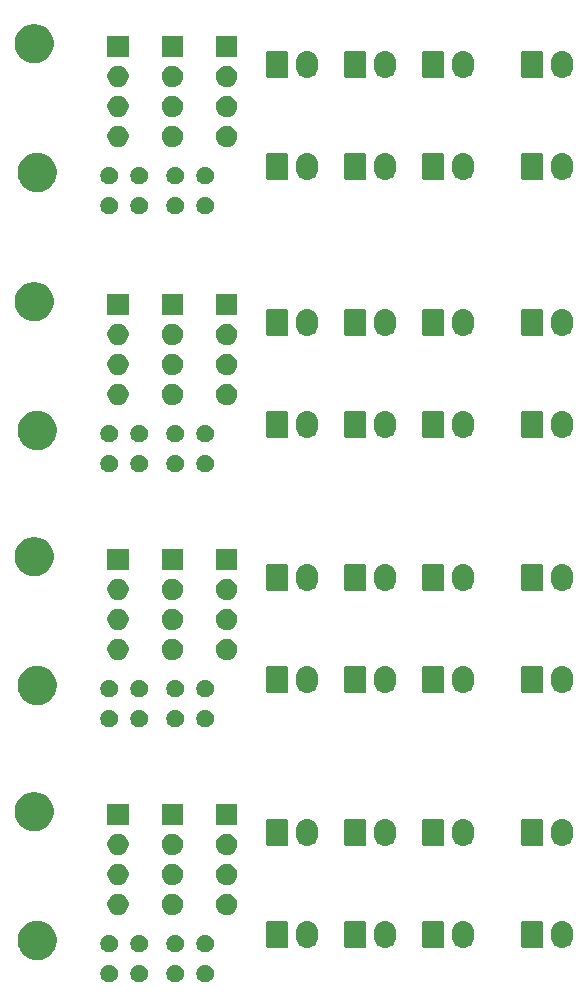
<source format=gbr>
G04 #@! TF.GenerationSoftware,KiCad,Pcbnew,(5.1.5-0-10_14)*
G04 #@! TF.CreationDate,2020-06-22T11:16:21+10:00*
G04 #@! TF.ProjectId,VerySmallMulti,56657279-536d-4616-9c6c-4d756c74692e,rev?*
G04 #@! TF.SameCoordinates,Original*
G04 #@! TF.FileFunction,Soldermask,Top*
G04 #@! TF.FilePolarity,Negative*
%FSLAX46Y46*%
G04 Gerber Fmt 4.6, Leading zero omitted, Abs format (unit mm)*
G04 Created by KiCad (PCBNEW (5.1.5-0-10_14)) date 2020-06-22 11:16:21*
%MOMM*%
%LPD*%
G04 APERTURE LIST*
%ADD10C,0.100000*%
G04 APERTURE END LIST*
D10*
G36*
X119853059Y-152185860D02*
G01*
X119989732Y-152242472D01*
X120112735Y-152324660D01*
X120217340Y-152429265D01*
X120299528Y-152552268D01*
X120356140Y-152688941D01*
X120385000Y-152834033D01*
X120385000Y-152981967D01*
X120356140Y-153127059D01*
X120299528Y-153263732D01*
X120217340Y-153386735D01*
X120112735Y-153491340D01*
X119989732Y-153573528D01*
X119989731Y-153573529D01*
X119989730Y-153573529D01*
X119853059Y-153630140D01*
X119707968Y-153659000D01*
X119560032Y-153659000D01*
X119414941Y-153630140D01*
X119278270Y-153573529D01*
X119278269Y-153573529D01*
X119278268Y-153573528D01*
X119155265Y-153491340D01*
X119050660Y-153386735D01*
X118968472Y-153263732D01*
X118911860Y-153127059D01*
X118883000Y-152981967D01*
X118883000Y-152834033D01*
X118911860Y-152688941D01*
X118968472Y-152552268D01*
X119050660Y-152429265D01*
X119155265Y-152324660D01*
X119278268Y-152242472D01*
X119414941Y-152185860D01*
X119560032Y-152157000D01*
X119707968Y-152157000D01*
X119853059Y-152185860D01*
G37*
G36*
X117313059Y-152185860D02*
G01*
X117449732Y-152242472D01*
X117572735Y-152324660D01*
X117677340Y-152429265D01*
X117759528Y-152552268D01*
X117816140Y-152688941D01*
X117845000Y-152834033D01*
X117845000Y-152981967D01*
X117816140Y-153127059D01*
X117759528Y-153263732D01*
X117677340Y-153386735D01*
X117572735Y-153491340D01*
X117449732Y-153573528D01*
X117449731Y-153573529D01*
X117449730Y-153573529D01*
X117313059Y-153630140D01*
X117167968Y-153659000D01*
X117020032Y-153659000D01*
X116874941Y-153630140D01*
X116738270Y-153573529D01*
X116738269Y-153573529D01*
X116738268Y-153573528D01*
X116615265Y-153491340D01*
X116510660Y-153386735D01*
X116428472Y-153263732D01*
X116371860Y-153127059D01*
X116343000Y-152981967D01*
X116343000Y-152834033D01*
X116371860Y-152688941D01*
X116428472Y-152552268D01*
X116510660Y-152429265D01*
X116615265Y-152324660D01*
X116738268Y-152242472D01*
X116874941Y-152185860D01*
X117020032Y-152157000D01*
X117167968Y-152157000D01*
X117313059Y-152185860D01*
G37*
G36*
X114265059Y-152185860D02*
G01*
X114401732Y-152242472D01*
X114524735Y-152324660D01*
X114629340Y-152429265D01*
X114711528Y-152552268D01*
X114768140Y-152688941D01*
X114797000Y-152834033D01*
X114797000Y-152981967D01*
X114768140Y-153127059D01*
X114711528Y-153263732D01*
X114629340Y-153386735D01*
X114524735Y-153491340D01*
X114401732Y-153573528D01*
X114401731Y-153573529D01*
X114401730Y-153573529D01*
X114265059Y-153630140D01*
X114119968Y-153659000D01*
X113972032Y-153659000D01*
X113826941Y-153630140D01*
X113690270Y-153573529D01*
X113690269Y-153573529D01*
X113690268Y-153573528D01*
X113567265Y-153491340D01*
X113462660Y-153386735D01*
X113380472Y-153263732D01*
X113323860Y-153127059D01*
X113295000Y-152981967D01*
X113295000Y-152834033D01*
X113323860Y-152688941D01*
X113380472Y-152552268D01*
X113462660Y-152429265D01*
X113567265Y-152324660D01*
X113690268Y-152242472D01*
X113826941Y-152185860D01*
X113972032Y-152157000D01*
X114119968Y-152157000D01*
X114265059Y-152185860D01*
G37*
G36*
X111725059Y-152185860D02*
G01*
X111861732Y-152242472D01*
X111984735Y-152324660D01*
X112089340Y-152429265D01*
X112171528Y-152552268D01*
X112228140Y-152688941D01*
X112257000Y-152834033D01*
X112257000Y-152981967D01*
X112228140Y-153127059D01*
X112171528Y-153263732D01*
X112089340Y-153386735D01*
X111984735Y-153491340D01*
X111861732Y-153573528D01*
X111861731Y-153573529D01*
X111861730Y-153573529D01*
X111725059Y-153630140D01*
X111579968Y-153659000D01*
X111432032Y-153659000D01*
X111286941Y-153630140D01*
X111150270Y-153573529D01*
X111150269Y-153573529D01*
X111150268Y-153573528D01*
X111027265Y-153491340D01*
X110922660Y-153386735D01*
X110840472Y-153263732D01*
X110783860Y-153127059D01*
X110755000Y-152981967D01*
X110755000Y-152834033D01*
X110783860Y-152688941D01*
X110840472Y-152552268D01*
X110922660Y-152429265D01*
X111027265Y-152324660D01*
X111150268Y-152242472D01*
X111286941Y-152185860D01*
X111432032Y-152157000D01*
X111579968Y-152157000D01*
X111725059Y-152185860D01*
G37*
G36*
X105756620Y-148499602D02*
G01*
X105891579Y-148526447D01*
X105981315Y-148563617D01*
X106157785Y-148636713D01*
X106192042Y-148650903D01*
X106462451Y-148831585D01*
X106692415Y-149061549D01*
X106873097Y-149331958D01*
X106873098Y-149331960D01*
X106997553Y-149632422D01*
X107061000Y-149951389D01*
X107061000Y-150276611D01*
X107028108Y-150441967D01*
X106997553Y-150595579D01*
X106958024Y-150691010D01*
X106893522Y-150846733D01*
X106873097Y-150896042D01*
X106692415Y-151166451D01*
X106462451Y-151396415D01*
X106192042Y-151577097D01*
X105891579Y-151701553D01*
X105785256Y-151722702D01*
X105572611Y-151765000D01*
X105247389Y-151765000D01*
X105034744Y-151722702D01*
X104928421Y-151701553D01*
X104627958Y-151577097D01*
X104357549Y-151396415D01*
X104127585Y-151166451D01*
X103946903Y-150896042D01*
X103926479Y-150846733D01*
X103861976Y-150691010D01*
X103822447Y-150595579D01*
X103791892Y-150441967D01*
X103759000Y-150276611D01*
X103759000Y-149951389D01*
X103822447Y-149632422D01*
X103946902Y-149331960D01*
X103946903Y-149331958D01*
X104127585Y-149061549D01*
X104357549Y-148831585D01*
X104627958Y-148650903D01*
X104662216Y-148636713D01*
X104838685Y-148563617D01*
X104928421Y-148526447D01*
X105063380Y-148499602D01*
X105247389Y-148463000D01*
X105572611Y-148463000D01*
X105756620Y-148499602D01*
G37*
G36*
X119853059Y-149645860D02*
G01*
X119989732Y-149702472D01*
X120112735Y-149784660D01*
X120217340Y-149889265D01*
X120299528Y-150012268D01*
X120356140Y-150148941D01*
X120385000Y-150294033D01*
X120385000Y-150441967D01*
X120356140Y-150587059D01*
X120299528Y-150723732D01*
X120217340Y-150846735D01*
X120112735Y-150951340D01*
X119989732Y-151033528D01*
X119989731Y-151033529D01*
X119989730Y-151033529D01*
X119853059Y-151090140D01*
X119707968Y-151119000D01*
X119560032Y-151119000D01*
X119414941Y-151090140D01*
X119278270Y-151033529D01*
X119278269Y-151033529D01*
X119278268Y-151033528D01*
X119155265Y-150951340D01*
X119050660Y-150846735D01*
X118968472Y-150723732D01*
X118911860Y-150587059D01*
X118883000Y-150441967D01*
X118883000Y-150294033D01*
X118911860Y-150148941D01*
X118968472Y-150012268D01*
X119050660Y-149889265D01*
X119155265Y-149784660D01*
X119278268Y-149702472D01*
X119414941Y-149645860D01*
X119560032Y-149617000D01*
X119707968Y-149617000D01*
X119853059Y-149645860D01*
G37*
G36*
X114265059Y-149645860D02*
G01*
X114401732Y-149702472D01*
X114524735Y-149784660D01*
X114629340Y-149889265D01*
X114711528Y-150012268D01*
X114768140Y-150148941D01*
X114797000Y-150294033D01*
X114797000Y-150441967D01*
X114768140Y-150587059D01*
X114711528Y-150723732D01*
X114629340Y-150846735D01*
X114524735Y-150951340D01*
X114401732Y-151033528D01*
X114401731Y-151033529D01*
X114401730Y-151033529D01*
X114265059Y-151090140D01*
X114119968Y-151119000D01*
X113972032Y-151119000D01*
X113826941Y-151090140D01*
X113690270Y-151033529D01*
X113690269Y-151033529D01*
X113690268Y-151033528D01*
X113567265Y-150951340D01*
X113462660Y-150846735D01*
X113380472Y-150723732D01*
X113323860Y-150587059D01*
X113295000Y-150441967D01*
X113295000Y-150294033D01*
X113323860Y-150148941D01*
X113380472Y-150012268D01*
X113462660Y-149889265D01*
X113567265Y-149784660D01*
X113690268Y-149702472D01*
X113826941Y-149645860D01*
X113972032Y-149617000D01*
X114119968Y-149617000D01*
X114265059Y-149645860D01*
G37*
G36*
X111725059Y-149645860D02*
G01*
X111861732Y-149702472D01*
X111984735Y-149784660D01*
X112089340Y-149889265D01*
X112171528Y-150012268D01*
X112228140Y-150148941D01*
X112257000Y-150294033D01*
X112257000Y-150441967D01*
X112228140Y-150587059D01*
X112171528Y-150723732D01*
X112089340Y-150846735D01*
X111984735Y-150951340D01*
X111861732Y-151033528D01*
X111861731Y-151033529D01*
X111861730Y-151033529D01*
X111725059Y-151090140D01*
X111579968Y-151119000D01*
X111432032Y-151119000D01*
X111286941Y-151090140D01*
X111150270Y-151033529D01*
X111150269Y-151033529D01*
X111150268Y-151033528D01*
X111027265Y-150951340D01*
X110922660Y-150846735D01*
X110840472Y-150723732D01*
X110783860Y-150587059D01*
X110755000Y-150441967D01*
X110755000Y-150294033D01*
X110783860Y-150148941D01*
X110840472Y-150012268D01*
X110922660Y-149889265D01*
X111027265Y-149784660D01*
X111150268Y-149702472D01*
X111286941Y-149645860D01*
X111432032Y-149617000D01*
X111579968Y-149617000D01*
X111725059Y-149645860D01*
G37*
G36*
X117313059Y-149645860D02*
G01*
X117449732Y-149702472D01*
X117572735Y-149784660D01*
X117677340Y-149889265D01*
X117759528Y-150012268D01*
X117816140Y-150148941D01*
X117845000Y-150294033D01*
X117845000Y-150441967D01*
X117816140Y-150587059D01*
X117759528Y-150723732D01*
X117677340Y-150846735D01*
X117572735Y-150951340D01*
X117449732Y-151033528D01*
X117449731Y-151033529D01*
X117449730Y-151033529D01*
X117313059Y-151090140D01*
X117167968Y-151119000D01*
X117020032Y-151119000D01*
X116874941Y-151090140D01*
X116738270Y-151033529D01*
X116738269Y-151033529D01*
X116738268Y-151033528D01*
X116615265Y-150951340D01*
X116510660Y-150846735D01*
X116428472Y-150723732D01*
X116371860Y-150587059D01*
X116343000Y-150441967D01*
X116343000Y-150294033D01*
X116371860Y-150148941D01*
X116428472Y-150012268D01*
X116510660Y-149889265D01*
X116615265Y-149784660D01*
X116738268Y-149702472D01*
X116874941Y-149645860D01*
X117020032Y-149617000D01*
X117167968Y-149617000D01*
X117313059Y-149645860D01*
G37*
G36*
X128450547Y-148468326D02*
G01*
X128624156Y-148520990D01*
X128624158Y-148520991D01*
X128784155Y-148606511D01*
X128924397Y-148721603D01*
X129003729Y-148818271D01*
X129039489Y-148861844D01*
X129125010Y-149021843D01*
X129177674Y-149195452D01*
X129191000Y-149330756D01*
X129191000Y-149881243D01*
X129177674Y-150016548D01*
X129125010Y-150190157D01*
X129039489Y-150350156D01*
X129003729Y-150393729D01*
X128924397Y-150490397D01*
X128827729Y-150569729D01*
X128784156Y-150605489D01*
X128624157Y-150691010D01*
X128450548Y-150743674D01*
X128270000Y-150761456D01*
X128089453Y-150743674D01*
X127915844Y-150691010D01*
X127755845Y-150605489D01*
X127712272Y-150569729D01*
X127615604Y-150490397D01*
X127500513Y-150350157D01*
X127500512Y-150350155D01*
X127414990Y-150190157D01*
X127362326Y-150016548D01*
X127349000Y-149881244D01*
X127349000Y-149330757D01*
X127362326Y-149195453D01*
X127414990Y-149021844D01*
X127500511Y-148861845D01*
X127500512Y-148861844D01*
X127615603Y-148721603D01*
X127741388Y-148618375D01*
X127755844Y-148606511D01*
X127915843Y-148520990D01*
X128089452Y-148468326D01*
X128270000Y-148450544D01*
X128450547Y-148468326D01*
G37*
G36*
X141658547Y-148468326D02*
G01*
X141832156Y-148520990D01*
X141832158Y-148520991D01*
X141992155Y-148606511D01*
X142132397Y-148721603D01*
X142211729Y-148818271D01*
X142247489Y-148861844D01*
X142333010Y-149021843D01*
X142385674Y-149195452D01*
X142399000Y-149330756D01*
X142399000Y-149881243D01*
X142385674Y-150016548D01*
X142333010Y-150190157D01*
X142247489Y-150350156D01*
X142211729Y-150393729D01*
X142132397Y-150490397D01*
X142035729Y-150569729D01*
X141992156Y-150605489D01*
X141832157Y-150691010D01*
X141658548Y-150743674D01*
X141478000Y-150761456D01*
X141297453Y-150743674D01*
X141123844Y-150691010D01*
X140963845Y-150605489D01*
X140920272Y-150569729D01*
X140823604Y-150490397D01*
X140708513Y-150350157D01*
X140708512Y-150350155D01*
X140622990Y-150190157D01*
X140570326Y-150016548D01*
X140557000Y-149881244D01*
X140557000Y-149330757D01*
X140570326Y-149195453D01*
X140622990Y-149021844D01*
X140708511Y-148861845D01*
X140708512Y-148861844D01*
X140823603Y-148721603D01*
X140949388Y-148618375D01*
X140963844Y-148606511D01*
X141123843Y-148520990D01*
X141297452Y-148468326D01*
X141478000Y-148450544D01*
X141658547Y-148468326D01*
G37*
G36*
X150040547Y-148468326D02*
G01*
X150214156Y-148520990D01*
X150214158Y-148520991D01*
X150374155Y-148606511D01*
X150514397Y-148721603D01*
X150593729Y-148818271D01*
X150629489Y-148861844D01*
X150715010Y-149021843D01*
X150767674Y-149195452D01*
X150781000Y-149330756D01*
X150781000Y-149881243D01*
X150767674Y-150016548D01*
X150715010Y-150190157D01*
X150629489Y-150350156D01*
X150593729Y-150393729D01*
X150514397Y-150490397D01*
X150417729Y-150569729D01*
X150374156Y-150605489D01*
X150214157Y-150691010D01*
X150040548Y-150743674D01*
X149860000Y-150761456D01*
X149679453Y-150743674D01*
X149505844Y-150691010D01*
X149345845Y-150605489D01*
X149302272Y-150569729D01*
X149205604Y-150490397D01*
X149090513Y-150350157D01*
X149090512Y-150350155D01*
X149004990Y-150190157D01*
X148952326Y-150016548D01*
X148939000Y-149881244D01*
X148939000Y-149330757D01*
X148952326Y-149195453D01*
X149004990Y-149021844D01*
X149090511Y-148861845D01*
X149090512Y-148861844D01*
X149205603Y-148721603D01*
X149331388Y-148618375D01*
X149345844Y-148606511D01*
X149505843Y-148520990D01*
X149679452Y-148468326D01*
X149860000Y-148450544D01*
X150040547Y-148468326D01*
G37*
G36*
X135054547Y-148468326D02*
G01*
X135228156Y-148520990D01*
X135228158Y-148520991D01*
X135388155Y-148606511D01*
X135528397Y-148721603D01*
X135607729Y-148818271D01*
X135643489Y-148861844D01*
X135729010Y-149021843D01*
X135781674Y-149195452D01*
X135795000Y-149330756D01*
X135795000Y-149881243D01*
X135781674Y-150016548D01*
X135729010Y-150190157D01*
X135643489Y-150350156D01*
X135607729Y-150393729D01*
X135528397Y-150490397D01*
X135431729Y-150569729D01*
X135388156Y-150605489D01*
X135228157Y-150691010D01*
X135054548Y-150743674D01*
X134874000Y-150761456D01*
X134693453Y-150743674D01*
X134519844Y-150691010D01*
X134359845Y-150605489D01*
X134316272Y-150569729D01*
X134219604Y-150490397D01*
X134104513Y-150350157D01*
X134104512Y-150350155D01*
X134018990Y-150190157D01*
X133966326Y-150016548D01*
X133953000Y-149881244D01*
X133953000Y-149330757D01*
X133966326Y-149195453D01*
X134018990Y-149021844D01*
X134104511Y-148861845D01*
X134104512Y-148861844D01*
X134219603Y-148721603D01*
X134345388Y-148618375D01*
X134359844Y-148606511D01*
X134519843Y-148520990D01*
X134693452Y-148468326D01*
X134874000Y-148450544D01*
X135054547Y-148468326D01*
G37*
G36*
X148099561Y-148458966D02*
G01*
X148132383Y-148468923D01*
X148162632Y-148485092D01*
X148189148Y-148506852D01*
X148210908Y-148533368D01*
X148227077Y-148563617D01*
X148237034Y-148596439D01*
X148241000Y-148636713D01*
X148241000Y-150575287D01*
X148237034Y-150615561D01*
X148227077Y-150648383D01*
X148210908Y-150678632D01*
X148189148Y-150705148D01*
X148162632Y-150726908D01*
X148132383Y-150743077D01*
X148099561Y-150753034D01*
X148059287Y-150757000D01*
X146580713Y-150757000D01*
X146540439Y-150753034D01*
X146507617Y-150743077D01*
X146477368Y-150726908D01*
X146450852Y-150705148D01*
X146429092Y-150678632D01*
X146412923Y-150648383D01*
X146402966Y-150615561D01*
X146399000Y-150575287D01*
X146399000Y-148636713D01*
X146402966Y-148596439D01*
X146412923Y-148563617D01*
X146429092Y-148533368D01*
X146450852Y-148506852D01*
X146477368Y-148485092D01*
X146507617Y-148468923D01*
X146540439Y-148458966D01*
X146580713Y-148455000D01*
X148059287Y-148455000D01*
X148099561Y-148458966D01*
G37*
G36*
X126509561Y-148458966D02*
G01*
X126542383Y-148468923D01*
X126572632Y-148485092D01*
X126599148Y-148506852D01*
X126620908Y-148533368D01*
X126637077Y-148563617D01*
X126647034Y-148596439D01*
X126651000Y-148636713D01*
X126651000Y-150575287D01*
X126647034Y-150615561D01*
X126637077Y-150648383D01*
X126620908Y-150678632D01*
X126599148Y-150705148D01*
X126572632Y-150726908D01*
X126542383Y-150743077D01*
X126509561Y-150753034D01*
X126469287Y-150757000D01*
X124990713Y-150757000D01*
X124950439Y-150753034D01*
X124917617Y-150743077D01*
X124887368Y-150726908D01*
X124860852Y-150705148D01*
X124839092Y-150678632D01*
X124822923Y-150648383D01*
X124812966Y-150615561D01*
X124809000Y-150575287D01*
X124809000Y-148636713D01*
X124812966Y-148596439D01*
X124822923Y-148563617D01*
X124839092Y-148533368D01*
X124860852Y-148506852D01*
X124887368Y-148485092D01*
X124917617Y-148468923D01*
X124950439Y-148458966D01*
X124990713Y-148455000D01*
X126469287Y-148455000D01*
X126509561Y-148458966D01*
G37*
G36*
X133113561Y-148458966D02*
G01*
X133146383Y-148468923D01*
X133176632Y-148485092D01*
X133203148Y-148506852D01*
X133224908Y-148533368D01*
X133241077Y-148563617D01*
X133251034Y-148596439D01*
X133255000Y-148636713D01*
X133255000Y-150575287D01*
X133251034Y-150615561D01*
X133241077Y-150648383D01*
X133224908Y-150678632D01*
X133203148Y-150705148D01*
X133176632Y-150726908D01*
X133146383Y-150743077D01*
X133113561Y-150753034D01*
X133073287Y-150757000D01*
X131594713Y-150757000D01*
X131554439Y-150753034D01*
X131521617Y-150743077D01*
X131491368Y-150726908D01*
X131464852Y-150705148D01*
X131443092Y-150678632D01*
X131426923Y-150648383D01*
X131416966Y-150615561D01*
X131413000Y-150575287D01*
X131413000Y-148636713D01*
X131416966Y-148596439D01*
X131426923Y-148563617D01*
X131443092Y-148533368D01*
X131464852Y-148506852D01*
X131491368Y-148485092D01*
X131521617Y-148468923D01*
X131554439Y-148458966D01*
X131594713Y-148455000D01*
X133073287Y-148455000D01*
X133113561Y-148458966D01*
G37*
G36*
X139717561Y-148458966D02*
G01*
X139750383Y-148468923D01*
X139780632Y-148485092D01*
X139807148Y-148506852D01*
X139828908Y-148533368D01*
X139845077Y-148563617D01*
X139855034Y-148596439D01*
X139859000Y-148636713D01*
X139859000Y-150575287D01*
X139855034Y-150615561D01*
X139845077Y-150648383D01*
X139828908Y-150678632D01*
X139807148Y-150705148D01*
X139780632Y-150726908D01*
X139750383Y-150743077D01*
X139717561Y-150753034D01*
X139677287Y-150757000D01*
X138198713Y-150757000D01*
X138158439Y-150753034D01*
X138125617Y-150743077D01*
X138095368Y-150726908D01*
X138068852Y-150705148D01*
X138047092Y-150678632D01*
X138030923Y-150648383D01*
X138020966Y-150615561D01*
X138017000Y-150575287D01*
X138017000Y-148636713D01*
X138020966Y-148596439D01*
X138030923Y-148563617D01*
X138047092Y-148533368D01*
X138068852Y-148506852D01*
X138095368Y-148485092D01*
X138125617Y-148468923D01*
X138158439Y-148458966D01*
X138198713Y-148455000D01*
X139677287Y-148455000D01*
X139717561Y-148458966D01*
G37*
G36*
X116969512Y-146153927D02*
G01*
X117118812Y-146183624D01*
X117282784Y-146251544D01*
X117430354Y-146350147D01*
X117555853Y-146475646D01*
X117654456Y-146623216D01*
X117722376Y-146787188D01*
X117757000Y-146961259D01*
X117757000Y-147138741D01*
X117722376Y-147312812D01*
X117654456Y-147476784D01*
X117555853Y-147624354D01*
X117430354Y-147749853D01*
X117282784Y-147848456D01*
X117118812Y-147916376D01*
X116969512Y-147946073D01*
X116944742Y-147951000D01*
X116767258Y-147951000D01*
X116742488Y-147946073D01*
X116593188Y-147916376D01*
X116429216Y-147848456D01*
X116281646Y-147749853D01*
X116156147Y-147624354D01*
X116057544Y-147476784D01*
X115989624Y-147312812D01*
X115955000Y-147138741D01*
X115955000Y-146961259D01*
X115989624Y-146787188D01*
X116057544Y-146623216D01*
X116156147Y-146475646D01*
X116281646Y-146350147D01*
X116429216Y-146251544D01*
X116593188Y-146183624D01*
X116742488Y-146153927D01*
X116767258Y-146149000D01*
X116944742Y-146149000D01*
X116969512Y-146153927D01*
G37*
G36*
X121569512Y-146153927D02*
G01*
X121718812Y-146183624D01*
X121882784Y-146251544D01*
X122030354Y-146350147D01*
X122155853Y-146475646D01*
X122254456Y-146623216D01*
X122322376Y-146787188D01*
X122357000Y-146961259D01*
X122357000Y-147138741D01*
X122322376Y-147312812D01*
X122254456Y-147476784D01*
X122155853Y-147624354D01*
X122030354Y-147749853D01*
X121882784Y-147848456D01*
X121718812Y-147916376D01*
X121569512Y-147946073D01*
X121544742Y-147951000D01*
X121367258Y-147951000D01*
X121342488Y-147946073D01*
X121193188Y-147916376D01*
X121029216Y-147848456D01*
X120881646Y-147749853D01*
X120756147Y-147624354D01*
X120657544Y-147476784D01*
X120589624Y-147312812D01*
X120555000Y-147138741D01*
X120555000Y-146961259D01*
X120589624Y-146787188D01*
X120657544Y-146623216D01*
X120756147Y-146475646D01*
X120881646Y-146350147D01*
X121029216Y-146251544D01*
X121193188Y-146183624D01*
X121342488Y-146153927D01*
X121367258Y-146149000D01*
X121544742Y-146149000D01*
X121569512Y-146153927D01*
G37*
G36*
X112369512Y-146153927D02*
G01*
X112518812Y-146183624D01*
X112682784Y-146251544D01*
X112830354Y-146350147D01*
X112955853Y-146475646D01*
X113054456Y-146623216D01*
X113122376Y-146787188D01*
X113157000Y-146961259D01*
X113157000Y-147138741D01*
X113122376Y-147312812D01*
X113054456Y-147476784D01*
X112955853Y-147624354D01*
X112830354Y-147749853D01*
X112682784Y-147848456D01*
X112518812Y-147916376D01*
X112369512Y-147946073D01*
X112344742Y-147951000D01*
X112167258Y-147951000D01*
X112142488Y-147946073D01*
X111993188Y-147916376D01*
X111829216Y-147848456D01*
X111681646Y-147749853D01*
X111556147Y-147624354D01*
X111457544Y-147476784D01*
X111389624Y-147312812D01*
X111355000Y-147138741D01*
X111355000Y-146961259D01*
X111389624Y-146787188D01*
X111457544Y-146623216D01*
X111556147Y-146475646D01*
X111681646Y-146350147D01*
X111829216Y-146251544D01*
X111993188Y-146183624D01*
X112142488Y-146153927D01*
X112167258Y-146149000D01*
X112344742Y-146149000D01*
X112369512Y-146153927D01*
G37*
G36*
X112369512Y-143613927D02*
G01*
X112518812Y-143643624D01*
X112682784Y-143711544D01*
X112830354Y-143810147D01*
X112955853Y-143935646D01*
X113054456Y-144083216D01*
X113122376Y-144247188D01*
X113157000Y-144421259D01*
X113157000Y-144598741D01*
X113122376Y-144772812D01*
X113054456Y-144936784D01*
X112955853Y-145084354D01*
X112830354Y-145209853D01*
X112682784Y-145308456D01*
X112518812Y-145376376D01*
X112369512Y-145406073D01*
X112344742Y-145411000D01*
X112167258Y-145411000D01*
X112142488Y-145406073D01*
X111993188Y-145376376D01*
X111829216Y-145308456D01*
X111681646Y-145209853D01*
X111556147Y-145084354D01*
X111457544Y-144936784D01*
X111389624Y-144772812D01*
X111355000Y-144598741D01*
X111355000Y-144421259D01*
X111389624Y-144247188D01*
X111457544Y-144083216D01*
X111556147Y-143935646D01*
X111681646Y-143810147D01*
X111829216Y-143711544D01*
X111993188Y-143643624D01*
X112142488Y-143613927D01*
X112167258Y-143609000D01*
X112344742Y-143609000D01*
X112369512Y-143613927D01*
G37*
G36*
X121569512Y-143613927D02*
G01*
X121718812Y-143643624D01*
X121882784Y-143711544D01*
X122030354Y-143810147D01*
X122155853Y-143935646D01*
X122254456Y-144083216D01*
X122322376Y-144247188D01*
X122357000Y-144421259D01*
X122357000Y-144598741D01*
X122322376Y-144772812D01*
X122254456Y-144936784D01*
X122155853Y-145084354D01*
X122030354Y-145209853D01*
X121882784Y-145308456D01*
X121718812Y-145376376D01*
X121569512Y-145406073D01*
X121544742Y-145411000D01*
X121367258Y-145411000D01*
X121342488Y-145406073D01*
X121193188Y-145376376D01*
X121029216Y-145308456D01*
X120881646Y-145209853D01*
X120756147Y-145084354D01*
X120657544Y-144936784D01*
X120589624Y-144772812D01*
X120555000Y-144598741D01*
X120555000Y-144421259D01*
X120589624Y-144247188D01*
X120657544Y-144083216D01*
X120756147Y-143935646D01*
X120881646Y-143810147D01*
X121029216Y-143711544D01*
X121193188Y-143643624D01*
X121342488Y-143613927D01*
X121367258Y-143609000D01*
X121544742Y-143609000D01*
X121569512Y-143613927D01*
G37*
G36*
X116969512Y-143613927D02*
G01*
X117118812Y-143643624D01*
X117282784Y-143711544D01*
X117430354Y-143810147D01*
X117555853Y-143935646D01*
X117654456Y-144083216D01*
X117722376Y-144247188D01*
X117757000Y-144421259D01*
X117757000Y-144598741D01*
X117722376Y-144772812D01*
X117654456Y-144936784D01*
X117555853Y-145084354D01*
X117430354Y-145209853D01*
X117282784Y-145308456D01*
X117118812Y-145376376D01*
X116969512Y-145406073D01*
X116944742Y-145411000D01*
X116767258Y-145411000D01*
X116742488Y-145406073D01*
X116593188Y-145376376D01*
X116429216Y-145308456D01*
X116281646Y-145209853D01*
X116156147Y-145084354D01*
X116057544Y-144936784D01*
X115989624Y-144772812D01*
X115955000Y-144598741D01*
X115955000Y-144421259D01*
X115989624Y-144247188D01*
X116057544Y-144083216D01*
X116156147Y-143935646D01*
X116281646Y-143810147D01*
X116429216Y-143711544D01*
X116593188Y-143643624D01*
X116742488Y-143613927D01*
X116767258Y-143609000D01*
X116944742Y-143609000D01*
X116969512Y-143613927D01*
G37*
G36*
X112369512Y-141073927D02*
G01*
X112518812Y-141103624D01*
X112682784Y-141171544D01*
X112830354Y-141270147D01*
X112955853Y-141395646D01*
X113054456Y-141543216D01*
X113122376Y-141707188D01*
X113157000Y-141881259D01*
X113157000Y-142058741D01*
X113122376Y-142232812D01*
X113054456Y-142396784D01*
X112955853Y-142544354D01*
X112830354Y-142669853D01*
X112682784Y-142768456D01*
X112518812Y-142836376D01*
X112369512Y-142866073D01*
X112344742Y-142871000D01*
X112167258Y-142871000D01*
X112142488Y-142866073D01*
X111993188Y-142836376D01*
X111829216Y-142768456D01*
X111681646Y-142669853D01*
X111556147Y-142544354D01*
X111457544Y-142396784D01*
X111389624Y-142232812D01*
X111355000Y-142058741D01*
X111355000Y-141881259D01*
X111389624Y-141707188D01*
X111457544Y-141543216D01*
X111556147Y-141395646D01*
X111681646Y-141270147D01*
X111829216Y-141171544D01*
X111993188Y-141103624D01*
X112142488Y-141073927D01*
X112167258Y-141069000D01*
X112344742Y-141069000D01*
X112369512Y-141073927D01*
G37*
G36*
X116969512Y-141073927D02*
G01*
X117118812Y-141103624D01*
X117282784Y-141171544D01*
X117430354Y-141270147D01*
X117555853Y-141395646D01*
X117654456Y-141543216D01*
X117722376Y-141707188D01*
X117757000Y-141881259D01*
X117757000Y-142058741D01*
X117722376Y-142232812D01*
X117654456Y-142396784D01*
X117555853Y-142544354D01*
X117430354Y-142669853D01*
X117282784Y-142768456D01*
X117118812Y-142836376D01*
X116969512Y-142866073D01*
X116944742Y-142871000D01*
X116767258Y-142871000D01*
X116742488Y-142866073D01*
X116593188Y-142836376D01*
X116429216Y-142768456D01*
X116281646Y-142669853D01*
X116156147Y-142544354D01*
X116057544Y-142396784D01*
X115989624Y-142232812D01*
X115955000Y-142058741D01*
X115955000Y-141881259D01*
X115989624Y-141707188D01*
X116057544Y-141543216D01*
X116156147Y-141395646D01*
X116281646Y-141270147D01*
X116429216Y-141171544D01*
X116593188Y-141103624D01*
X116742488Y-141073927D01*
X116767258Y-141069000D01*
X116944742Y-141069000D01*
X116969512Y-141073927D01*
G37*
G36*
X121569512Y-141073927D02*
G01*
X121718812Y-141103624D01*
X121882784Y-141171544D01*
X122030354Y-141270147D01*
X122155853Y-141395646D01*
X122254456Y-141543216D01*
X122322376Y-141707188D01*
X122357000Y-141881259D01*
X122357000Y-142058741D01*
X122322376Y-142232812D01*
X122254456Y-142396784D01*
X122155853Y-142544354D01*
X122030354Y-142669853D01*
X121882784Y-142768456D01*
X121718812Y-142836376D01*
X121569512Y-142866073D01*
X121544742Y-142871000D01*
X121367258Y-142871000D01*
X121342488Y-142866073D01*
X121193188Y-142836376D01*
X121029216Y-142768456D01*
X120881646Y-142669853D01*
X120756147Y-142544354D01*
X120657544Y-142396784D01*
X120589624Y-142232812D01*
X120555000Y-142058741D01*
X120555000Y-141881259D01*
X120589624Y-141707188D01*
X120657544Y-141543216D01*
X120756147Y-141395646D01*
X120881646Y-141270147D01*
X121029216Y-141171544D01*
X121193188Y-141103624D01*
X121342488Y-141073927D01*
X121367258Y-141069000D01*
X121544742Y-141069000D01*
X121569512Y-141073927D01*
G37*
G36*
X128450547Y-139832326D02*
G01*
X128624156Y-139884990D01*
X128624158Y-139884991D01*
X128784155Y-139970511D01*
X128924397Y-140085603D01*
X129003729Y-140182271D01*
X129039489Y-140225844D01*
X129125010Y-140385843D01*
X129177674Y-140559452D01*
X129191000Y-140694756D01*
X129191000Y-141245243D01*
X129177674Y-141380548D01*
X129125010Y-141554157D01*
X129039489Y-141714156D01*
X129003729Y-141757729D01*
X128924397Y-141854397D01*
X128827729Y-141933729D01*
X128784156Y-141969489D01*
X128624157Y-142055010D01*
X128450548Y-142107674D01*
X128270000Y-142125456D01*
X128089453Y-142107674D01*
X127915844Y-142055010D01*
X127755845Y-141969489D01*
X127712272Y-141933729D01*
X127615604Y-141854397D01*
X127500513Y-141714157D01*
X127500512Y-141714155D01*
X127414990Y-141554157D01*
X127362326Y-141380548D01*
X127349000Y-141245244D01*
X127349000Y-140694757D01*
X127362326Y-140559453D01*
X127414990Y-140385844D01*
X127500511Y-140225845D01*
X127500512Y-140225844D01*
X127615603Y-140085603D01*
X127751542Y-139974042D01*
X127755844Y-139970511D01*
X127915843Y-139884990D01*
X128089452Y-139832326D01*
X128270000Y-139814544D01*
X128450547Y-139832326D01*
G37*
G36*
X141658547Y-139832326D02*
G01*
X141832156Y-139884990D01*
X141832158Y-139884991D01*
X141992155Y-139970511D01*
X142132397Y-140085603D01*
X142211729Y-140182271D01*
X142247489Y-140225844D01*
X142333010Y-140385843D01*
X142385674Y-140559452D01*
X142399000Y-140694756D01*
X142399000Y-141245243D01*
X142385674Y-141380548D01*
X142333010Y-141554157D01*
X142247489Y-141714156D01*
X142211729Y-141757729D01*
X142132397Y-141854397D01*
X142035729Y-141933729D01*
X141992156Y-141969489D01*
X141832157Y-142055010D01*
X141658548Y-142107674D01*
X141478000Y-142125456D01*
X141297453Y-142107674D01*
X141123844Y-142055010D01*
X140963845Y-141969489D01*
X140920272Y-141933729D01*
X140823604Y-141854397D01*
X140708513Y-141714157D01*
X140708512Y-141714155D01*
X140622990Y-141554157D01*
X140570326Y-141380548D01*
X140557000Y-141245244D01*
X140557000Y-140694757D01*
X140570326Y-140559453D01*
X140622990Y-140385844D01*
X140708511Y-140225845D01*
X140708512Y-140225844D01*
X140823603Y-140085603D01*
X140959542Y-139974042D01*
X140963844Y-139970511D01*
X141123843Y-139884990D01*
X141297452Y-139832326D01*
X141478000Y-139814544D01*
X141658547Y-139832326D01*
G37*
G36*
X150040547Y-139832326D02*
G01*
X150214156Y-139884990D01*
X150214158Y-139884991D01*
X150374155Y-139970511D01*
X150514397Y-140085603D01*
X150593729Y-140182271D01*
X150629489Y-140225844D01*
X150715010Y-140385843D01*
X150767674Y-140559452D01*
X150781000Y-140694756D01*
X150781000Y-141245243D01*
X150767674Y-141380548D01*
X150715010Y-141554157D01*
X150629489Y-141714156D01*
X150593729Y-141757729D01*
X150514397Y-141854397D01*
X150417729Y-141933729D01*
X150374156Y-141969489D01*
X150214157Y-142055010D01*
X150040548Y-142107674D01*
X149860000Y-142125456D01*
X149679453Y-142107674D01*
X149505844Y-142055010D01*
X149345845Y-141969489D01*
X149302272Y-141933729D01*
X149205604Y-141854397D01*
X149090513Y-141714157D01*
X149090512Y-141714155D01*
X149004990Y-141554157D01*
X148952326Y-141380548D01*
X148939000Y-141245244D01*
X148939000Y-140694757D01*
X148952326Y-140559453D01*
X149004990Y-140385844D01*
X149090511Y-140225845D01*
X149090512Y-140225844D01*
X149205603Y-140085603D01*
X149341542Y-139974042D01*
X149345844Y-139970511D01*
X149505843Y-139884990D01*
X149679452Y-139832326D01*
X149860000Y-139814544D01*
X150040547Y-139832326D01*
G37*
G36*
X135054547Y-139832326D02*
G01*
X135228156Y-139884990D01*
X135228158Y-139884991D01*
X135388155Y-139970511D01*
X135528397Y-140085603D01*
X135607729Y-140182271D01*
X135643489Y-140225844D01*
X135729010Y-140385843D01*
X135781674Y-140559452D01*
X135795000Y-140694756D01*
X135795000Y-141245243D01*
X135781674Y-141380548D01*
X135729010Y-141554157D01*
X135643489Y-141714156D01*
X135607729Y-141757729D01*
X135528397Y-141854397D01*
X135431729Y-141933729D01*
X135388156Y-141969489D01*
X135228157Y-142055010D01*
X135054548Y-142107674D01*
X134874000Y-142125456D01*
X134693453Y-142107674D01*
X134519844Y-142055010D01*
X134359845Y-141969489D01*
X134316272Y-141933729D01*
X134219604Y-141854397D01*
X134104513Y-141714157D01*
X134104512Y-141714155D01*
X134018990Y-141554157D01*
X133966326Y-141380548D01*
X133953000Y-141245244D01*
X133953000Y-140694757D01*
X133966326Y-140559453D01*
X134018990Y-140385844D01*
X134104511Y-140225845D01*
X134104512Y-140225844D01*
X134219603Y-140085603D01*
X134355542Y-139974042D01*
X134359844Y-139970511D01*
X134519843Y-139884990D01*
X134693452Y-139832326D01*
X134874000Y-139814544D01*
X135054547Y-139832326D01*
G37*
G36*
X126509561Y-139822966D02*
G01*
X126542383Y-139832923D01*
X126572632Y-139849092D01*
X126599148Y-139870852D01*
X126620908Y-139897368D01*
X126637077Y-139927617D01*
X126647034Y-139960439D01*
X126651000Y-140000713D01*
X126651000Y-141939287D01*
X126647034Y-141979561D01*
X126637077Y-142012383D01*
X126620908Y-142042632D01*
X126599148Y-142069148D01*
X126572632Y-142090908D01*
X126542383Y-142107077D01*
X126509561Y-142117034D01*
X126469287Y-142121000D01*
X124990713Y-142121000D01*
X124950439Y-142117034D01*
X124917617Y-142107077D01*
X124887368Y-142090908D01*
X124860852Y-142069148D01*
X124839092Y-142042632D01*
X124822923Y-142012383D01*
X124812966Y-141979561D01*
X124809000Y-141939287D01*
X124809000Y-140000713D01*
X124812966Y-139960439D01*
X124822923Y-139927617D01*
X124839092Y-139897368D01*
X124860852Y-139870852D01*
X124887368Y-139849092D01*
X124917617Y-139832923D01*
X124950439Y-139822966D01*
X124990713Y-139819000D01*
X126469287Y-139819000D01*
X126509561Y-139822966D01*
G37*
G36*
X148099561Y-139822966D02*
G01*
X148132383Y-139832923D01*
X148162632Y-139849092D01*
X148189148Y-139870852D01*
X148210908Y-139897368D01*
X148227077Y-139927617D01*
X148237034Y-139960439D01*
X148241000Y-140000713D01*
X148241000Y-141939287D01*
X148237034Y-141979561D01*
X148227077Y-142012383D01*
X148210908Y-142042632D01*
X148189148Y-142069148D01*
X148162632Y-142090908D01*
X148132383Y-142107077D01*
X148099561Y-142117034D01*
X148059287Y-142121000D01*
X146580713Y-142121000D01*
X146540439Y-142117034D01*
X146507617Y-142107077D01*
X146477368Y-142090908D01*
X146450852Y-142069148D01*
X146429092Y-142042632D01*
X146412923Y-142012383D01*
X146402966Y-141979561D01*
X146399000Y-141939287D01*
X146399000Y-140000713D01*
X146402966Y-139960439D01*
X146412923Y-139927617D01*
X146429092Y-139897368D01*
X146450852Y-139870852D01*
X146477368Y-139849092D01*
X146507617Y-139832923D01*
X146540439Y-139822966D01*
X146580713Y-139819000D01*
X148059287Y-139819000D01*
X148099561Y-139822966D01*
G37*
G36*
X133113561Y-139822966D02*
G01*
X133146383Y-139832923D01*
X133176632Y-139849092D01*
X133203148Y-139870852D01*
X133224908Y-139897368D01*
X133241077Y-139927617D01*
X133251034Y-139960439D01*
X133255000Y-140000713D01*
X133255000Y-141939287D01*
X133251034Y-141979561D01*
X133241077Y-142012383D01*
X133224908Y-142042632D01*
X133203148Y-142069148D01*
X133176632Y-142090908D01*
X133146383Y-142107077D01*
X133113561Y-142117034D01*
X133073287Y-142121000D01*
X131594713Y-142121000D01*
X131554439Y-142117034D01*
X131521617Y-142107077D01*
X131491368Y-142090908D01*
X131464852Y-142069148D01*
X131443092Y-142042632D01*
X131426923Y-142012383D01*
X131416966Y-141979561D01*
X131413000Y-141939287D01*
X131413000Y-140000713D01*
X131416966Y-139960439D01*
X131426923Y-139927617D01*
X131443092Y-139897368D01*
X131464852Y-139870852D01*
X131491368Y-139849092D01*
X131521617Y-139832923D01*
X131554439Y-139822966D01*
X131594713Y-139819000D01*
X133073287Y-139819000D01*
X133113561Y-139822966D01*
G37*
G36*
X139717561Y-139822966D02*
G01*
X139750383Y-139832923D01*
X139780632Y-139849092D01*
X139807148Y-139870852D01*
X139828908Y-139897368D01*
X139845077Y-139927617D01*
X139855034Y-139960439D01*
X139859000Y-140000713D01*
X139859000Y-141939287D01*
X139855034Y-141979561D01*
X139845077Y-142012383D01*
X139828908Y-142042632D01*
X139807148Y-142069148D01*
X139780632Y-142090908D01*
X139750383Y-142107077D01*
X139717561Y-142117034D01*
X139677287Y-142121000D01*
X138198713Y-142121000D01*
X138158439Y-142117034D01*
X138125617Y-142107077D01*
X138095368Y-142090908D01*
X138068852Y-142069148D01*
X138047092Y-142042632D01*
X138030923Y-142012383D01*
X138020966Y-141979561D01*
X138017000Y-141939287D01*
X138017000Y-140000713D01*
X138020966Y-139960439D01*
X138030923Y-139927617D01*
X138047092Y-139897368D01*
X138068852Y-139870852D01*
X138095368Y-139849092D01*
X138125617Y-139832923D01*
X138158439Y-139822966D01*
X138198713Y-139819000D01*
X139677287Y-139819000D01*
X139717561Y-139822966D01*
G37*
G36*
X105531256Y-137583298D02*
G01*
X105637579Y-137604447D01*
X105938042Y-137728903D01*
X106208451Y-137909585D01*
X106438415Y-138139549D01*
X106619097Y-138409958D01*
X106743553Y-138710421D01*
X106807000Y-139029391D01*
X106807000Y-139354609D01*
X106743553Y-139673579D01*
X106619097Y-139974042D01*
X106438415Y-140244451D01*
X106208451Y-140474415D01*
X105938042Y-140655097D01*
X105637579Y-140779553D01*
X105531256Y-140800702D01*
X105318611Y-140843000D01*
X104993389Y-140843000D01*
X104780744Y-140800702D01*
X104674421Y-140779553D01*
X104373958Y-140655097D01*
X104103549Y-140474415D01*
X103873585Y-140244451D01*
X103692903Y-139974042D01*
X103568447Y-139673579D01*
X103505000Y-139354609D01*
X103505000Y-139029391D01*
X103568447Y-138710421D01*
X103692903Y-138409958D01*
X103873585Y-138139549D01*
X104103549Y-137909585D01*
X104373958Y-137728903D01*
X104674421Y-137604447D01*
X104780744Y-137583298D01*
X104993389Y-137541000D01*
X105318611Y-137541000D01*
X105531256Y-137583298D01*
G37*
G36*
X117757000Y-140331000D02*
G01*
X115955000Y-140331000D01*
X115955000Y-138529000D01*
X117757000Y-138529000D01*
X117757000Y-140331000D01*
G37*
G36*
X113157000Y-140331000D02*
G01*
X111355000Y-140331000D01*
X111355000Y-138529000D01*
X113157000Y-138529000D01*
X113157000Y-140331000D01*
G37*
G36*
X122357000Y-140331000D02*
G01*
X120555000Y-140331000D01*
X120555000Y-138529000D01*
X122357000Y-138529000D01*
X122357000Y-140331000D01*
G37*
G36*
X111725059Y-130595860D02*
G01*
X111861732Y-130652472D01*
X111984735Y-130734660D01*
X112089340Y-130839265D01*
X112171528Y-130962268D01*
X112228140Y-131098941D01*
X112257000Y-131244033D01*
X112257000Y-131391967D01*
X112228140Y-131537059D01*
X112171528Y-131673732D01*
X112089340Y-131796735D01*
X111984735Y-131901340D01*
X111861732Y-131983528D01*
X111861731Y-131983529D01*
X111861730Y-131983529D01*
X111725059Y-132040140D01*
X111579968Y-132069000D01*
X111432032Y-132069000D01*
X111286941Y-132040140D01*
X111150270Y-131983529D01*
X111150269Y-131983529D01*
X111150268Y-131983528D01*
X111027265Y-131901340D01*
X110922660Y-131796735D01*
X110840472Y-131673732D01*
X110783860Y-131537059D01*
X110755000Y-131391967D01*
X110755000Y-131244033D01*
X110783860Y-131098941D01*
X110840472Y-130962268D01*
X110922660Y-130839265D01*
X111027265Y-130734660D01*
X111150268Y-130652472D01*
X111286941Y-130595860D01*
X111432032Y-130567000D01*
X111579968Y-130567000D01*
X111725059Y-130595860D01*
G37*
G36*
X114265059Y-130595860D02*
G01*
X114401732Y-130652472D01*
X114524735Y-130734660D01*
X114629340Y-130839265D01*
X114711528Y-130962268D01*
X114768140Y-131098941D01*
X114797000Y-131244033D01*
X114797000Y-131391967D01*
X114768140Y-131537059D01*
X114711528Y-131673732D01*
X114629340Y-131796735D01*
X114524735Y-131901340D01*
X114401732Y-131983528D01*
X114401731Y-131983529D01*
X114401730Y-131983529D01*
X114265059Y-132040140D01*
X114119968Y-132069000D01*
X113972032Y-132069000D01*
X113826941Y-132040140D01*
X113690270Y-131983529D01*
X113690269Y-131983529D01*
X113690268Y-131983528D01*
X113567265Y-131901340D01*
X113462660Y-131796735D01*
X113380472Y-131673732D01*
X113323860Y-131537059D01*
X113295000Y-131391967D01*
X113295000Y-131244033D01*
X113323860Y-131098941D01*
X113380472Y-130962268D01*
X113462660Y-130839265D01*
X113567265Y-130734660D01*
X113690268Y-130652472D01*
X113826941Y-130595860D01*
X113972032Y-130567000D01*
X114119968Y-130567000D01*
X114265059Y-130595860D01*
G37*
G36*
X119853059Y-130595860D02*
G01*
X119989732Y-130652472D01*
X120112735Y-130734660D01*
X120217340Y-130839265D01*
X120299528Y-130962268D01*
X120356140Y-131098941D01*
X120385000Y-131244033D01*
X120385000Y-131391967D01*
X120356140Y-131537059D01*
X120299528Y-131673732D01*
X120217340Y-131796735D01*
X120112735Y-131901340D01*
X119989732Y-131983528D01*
X119989731Y-131983529D01*
X119989730Y-131983529D01*
X119853059Y-132040140D01*
X119707968Y-132069000D01*
X119560032Y-132069000D01*
X119414941Y-132040140D01*
X119278270Y-131983529D01*
X119278269Y-131983529D01*
X119278268Y-131983528D01*
X119155265Y-131901340D01*
X119050660Y-131796735D01*
X118968472Y-131673732D01*
X118911860Y-131537059D01*
X118883000Y-131391967D01*
X118883000Y-131244033D01*
X118911860Y-131098941D01*
X118968472Y-130962268D01*
X119050660Y-130839265D01*
X119155265Y-130734660D01*
X119278268Y-130652472D01*
X119414941Y-130595860D01*
X119560032Y-130567000D01*
X119707968Y-130567000D01*
X119853059Y-130595860D01*
G37*
G36*
X117313059Y-130595860D02*
G01*
X117449732Y-130652472D01*
X117572735Y-130734660D01*
X117677340Y-130839265D01*
X117759528Y-130962268D01*
X117816140Y-131098941D01*
X117845000Y-131244033D01*
X117845000Y-131391967D01*
X117816140Y-131537059D01*
X117759528Y-131673732D01*
X117677340Y-131796735D01*
X117572735Y-131901340D01*
X117449732Y-131983528D01*
X117449731Y-131983529D01*
X117449730Y-131983529D01*
X117313059Y-132040140D01*
X117167968Y-132069000D01*
X117020032Y-132069000D01*
X116874941Y-132040140D01*
X116738270Y-131983529D01*
X116738269Y-131983529D01*
X116738268Y-131983528D01*
X116615265Y-131901340D01*
X116510660Y-131796735D01*
X116428472Y-131673732D01*
X116371860Y-131537059D01*
X116343000Y-131391967D01*
X116343000Y-131244033D01*
X116371860Y-131098941D01*
X116428472Y-130962268D01*
X116510660Y-130839265D01*
X116615265Y-130734660D01*
X116738268Y-130652472D01*
X116874941Y-130595860D01*
X117020032Y-130567000D01*
X117167968Y-130567000D01*
X117313059Y-130595860D01*
G37*
G36*
X105756620Y-126909602D02*
G01*
X105891579Y-126936447D01*
X105981315Y-126973617D01*
X106157785Y-127046713D01*
X106192042Y-127060903D01*
X106462451Y-127241585D01*
X106692415Y-127471549D01*
X106873097Y-127741958D01*
X106873098Y-127741960D01*
X106997553Y-128042422D01*
X107061000Y-128361389D01*
X107061000Y-128686611D01*
X107028108Y-128851967D01*
X106997553Y-129005579D01*
X106958024Y-129101010D01*
X106893522Y-129256733D01*
X106873097Y-129306042D01*
X106692415Y-129576451D01*
X106462451Y-129806415D01*
X106192042Y-129987097D01*
X105891579Y-130111553D01*
X105785256Y-130132702D01*
X105572611Y-130175000D01*
X105247389Y-130175000D01*
X105034744Y-130132702D01*
X104928421Y-130111553D01*
X104627958Y-129987097D01*
X104357549Y-129806415D01*
X104127585Y-129576451D01*
X103946903Y-129306042D01*
X103926479Y-129256733D01*
X103861976Y-129101010D01*
X103822447Y-129005579D01*
X103791892Y-128851967D01*
X103759000Y-128686611D01*
X103759000Y-128361389D01*
X103822447Y-128042422D01*
X103946902Y-127741960D01*
X103946903Y-127741958D01*
X104127585Y-127471549D01*
X104357549Y-127241585D01*
X104627958Y-127060903D01*
X104662216Y-127046713D01*
X104838685Y-126973617D01*
X104928421Y-126936447D01*
X105063380Y-126909602D01*
X105247389Y-126873000D01*
X105572611Y-126873000D01*
X105756620Y-126909602D01*
G37*
G36*
X114265059Y-128055860D02*
G01*
X114401732Y-128112472D01*
X114524735Y-128194660D01*
X114629340Y-128299265D01*
X114711528Y-128422268D01*
X114768140Y-128558941D01*
X114797000Y-128704033D01*
X114797000Y-128851967D01*
X114768140Y-128997059D01*
X114711528Y-129133732D01*
X114629340Y-129256735D01*
X114524735Y-129361340D01*
X114401732Y-129443528D01*
X114401731Y-129443529D01*
X114401730Y-129443529D01*
X114265059Y-129500140D01*
X114119968Y-129529000D01*
X113972032Y-129529000D01*
X113826941Y-129500140D01*
X113690270Y-129443529D01*
X113690269Y-129443529D01*
X113690268Y-129443528D01*
X113567265Y-129361340D01*
X113462660Y-129256735D01*
X113380472Y-129133732D01*
X113323860Y-128997059D01*
X113295000Y-128851967D01*
X113295000Y-128704033D01*
X113323860Y-128558941D01*
X113380472Y-128422268D01*
X113462660Y-128299265D01*
X113567265Y-128194660D01*
X113690268Y-128112472D01*
X113826941Y-128055860D01*
X113972032Y-128027000D01*
X114119968Y-128027000D01*
X114265059Y-128055860D01*
G37*
G36*
X119853059Y-128055860D02*
G01*
X119989732Y-128112472D01*
X120112735Y-128194660D01*
X120217340Y-128299265D01*
X120299528Y-128422268D01*
X120356140Y-128558941D01*
X120385000Y-128704033D01*
X120385000Y-128851967D01*
X120356140Y-128997059D01*
X120299528Y-129133732D01*
X120217340Y-129256735D01*
X120112735Y-129361340D01*
X119989732Y-129443528D01*
X119989731Y-129443529D01*
X119989730Y-129443529D01*
X119853059Y-129500140D01*
X119707968Y-129529000D01*
X119560032Y-129529000D01*
X119414941Y-129500140D01*
X119278270Y-129443529D01*
X119278269Y-129443529D01*
X119278268Y-129443528D01*
X119155265Y-129361340D01*
X119050660Y-129256735D01*
X118968472Y-129133732D01*
X118911860Y-128997059D01*
X118883000Y-128851967D01*
X118883000Y-128704033D01*
X118911860Y-128558941D01*
X118968472Y-128422268D01*
X119050660Y-128299265D01*
X119155265Y-128194660D01*
X119278268Y-128112472D01*
X119414941Y-128055860D01*
X119560032Y-128027000D01*
X119707968Y-128027000D01*
X119853059Y-128055860D01*
G37*
G36*
X111725059Y-128055860D02*
G01*
X111861732Y-128112472D01*
X111984735Y-128194660D01*
X112089340Y-128299265D01*
X112171528Y-128422268D01*
X112228140Y-128558941D01*
X112257000Y-128704033D01*
X112257000Y-128851967D01*
X112228140Y-128997059D01*
X112171528Y-129133732D01*
X112089340Y-129256735D01*
X111984735Y-129361340D01*
X111861732Y-129443528D01*
X111861731Y-129443529D01*
X111861730Y-129443529D01*
X111725059Y-129500140D01*
X111579968Y-129529000D01*
X111432032Y-129529000D01*
X111286941Y-129500140D01*
X111150270Y-129443529D01*
X111150269Y-129443529D01*
X111150268Y-129443528D01*
X111027265Y-129361340D01*
X110922660Y-129256735D01*
X110840472Y-129133732D01*
X110783860Y-128997059D01*
X110755000Y-128851967D01*
X110755000Y-128704033D01*
X110783860Y-128558941D01*
X110840472Y-128422268D01*
X110922660Y-128299265D01*
X111027265Y-128194660D01*
X111150268Y-128112472D01*
X111286941Y-128055860D01*
X111432032Y-128027000D01*
X111579968Y-128027000D01*
X111725059Y-128055860D01*
G37*
G36*
X117313059Y-128055860D02*
G01*
X117449732Y-128112472D01*
X117572735Y-128194660D01*
X117677340Y-128299265D01*
X117759528Y-128422268D01*
X117816140Y-128558941D01*
X117845000Y-128704033D01*
X117845000Y-128851967D01*
X117816140Y-128997059D01*
X117759528Y-129133732D01*
X117677340Y-129256735D01*
X117572735Y-129361340D01*
X117449732Y-129443528D01*
X117449731Y-129443529D01*
X117449730Y-129443529D01*
X117313059Y-129500140D01*
X117167968Y-129529000D01*
X117020032Y-129529000D01*
X116874941Y-129500140D01*
X116738270Y-129443529D01*
X116738269Y-129443529D01*
X116738268Y-129443528D01*
X116615265Y-129361340D01*
X116510660Y-129256735D01*
X116428472Y-129133732D01*
X116371860Y-128997059D01*
X116343000Y-128851967D01*
X116343000Y-128704033D01*
X116371860Y-128558941D01*
X116428472Y-128422268D01*
X116510660Y-128299265D01*
X116615265Y-128194660D01*
X116738268Y-128112472D01*
X116874941Y-128055860D01*
X117020032Y-128027000D01*
X117167968Y-128027000D01*
X117313059Y-128055860D01*
G37*
G36*
X141658547Y-126878326D02*
G01*
X141832156Y-126930990D01*
X141832158Y-126930991D01*
X141992155Y-127016511D01*
X142132397Y-127131603D01*
X142211729Y-127228271D01*
X142247489Y-127271844D01*
X142333010Y-127431843D01*
X142385674Y-127605452D01*
X142399000Y-127740756D01*
X142399000Y-128291243D01*
X142385674Y-128426548D01*
X142333010Y-128600157D01*
X142247489Y-128760156D01*
X142211729Y-128803729D01*
X142132397Y-128900397D01*
X142035729Y-128979729D01*
X141992156Y-129015489D01*
X141832157Y-129101010D01*
X141658548Y-129153674D01*
X141478000Y-129171456D01*
X141297453Y-129153674D01*
X141123844Y-129101010D01*
X140963845Y-129015489D01*
X140920272Y-128979729D01*
X140823604Y-128900397D01*
X140708513Y-128760157D01*
X140708512Y-128760155D01*
X140622990Y-128600157D01*
X140570326Y-128426548D01*
X140557000Y-128291244D01*
X140557000Y-127740757D01*
X140570326Y-127605453D01*
X140622990Y-127431844D01*
X140708511Y-127271845D01*
X140708512Y-127271844D01*
X140823603Y-127131603D01*
X140949388Y-127028375D01*
X140963844Y-127016511D01*
X141123843Y-126930990D01*
X141297452Y-126878326D01*
X141478000Y-126860544D01*
X141658547Y-126878326D01*
G37*
G36*
X135054547Y-126878326D02*
G01*
X135228156Y-126930990D01*
X135228158Y-126930991D01*
X135388155Y-127016511D01*
X135528397Y-127131603D01*
X135607729Y-127228271D01*
X135643489Y-127271844D01*
X135729010Y-127431843D01*
X135781674Y-127605452D01*
X135795000Y-127740756D01*
X135795000Y-128291243D01*
X135781674Y-128426548D01*
X135729010Y-128600157D01*
X135643489Y-128760156D01*
X135607729Y-128803729D01*
X135528397Y-128900397D01*
X135431729Y-128979729D01*
X135388156Y-129015489D01*
X135228157Y-129101010D01*
X135054548Y-129153674D01*
X134874000Y-129171456D01*
X134693453Y-129153674D01*
X134519844Y-129101010D01*
X134359845Y-129015489D01*
X134316272Y-128979729D01*
X134219604Y-128900397D01*
X134104513Y-128760157D01*
X134104512Y-128760155D01*
X134018990Y-128600157D01*
X133966326Y-128426548D01*
X133953000Y-128291244D01*
X133953000Y-127740757D01*
X133966326Y-127605453D01*
X134018990Y-127431844D01*
X134104511Y-127271845D01*
X134104512Y-127271844D01*
X134219603Y-127131603D01*
X134345388Y-127028375D01*
X134359844Y-127016511D01*
X134519843Y-126930990D01*
X134693452Y-126878326D01*
X134874000Y-126860544D01*
X135054547Y-126878326D01*
G37*
G36*
X128450547Y-126878326D02*
G01*
X128624156Y-126930990D01*
X128624158Y-126930991D01*
X128784155Y-127016511D01*
X128924397Y-127131603D01*
X129003729Y-127228271D01*
X129039489Y-127271844D01*
X129125010Y-127431843D01*
X129177674Y-127605452D01*
X129191000Y-127740756D01*
X129191000Y-128291243D01*
X129177674Y-128426548D01*
X129125010Y-128600157D01*
X129039489Y-128760156D01*
X129003729Y-128803729D01*
X128924397Y-128900397D01*
X128827729Y-128979729D01*
X128784156Y-129015489D01*
X128624157Y-129101010D01*
X128450548Y-129153674D01*
X128270000Y-129171456D01*
X128089453Y-129153674D01*
X127915844Y-129101010D01*
X127755845Y-129015489D01*
X127712272Y-128979729D01*
X127615604Y-128900397D01*
X127500513Y-128760157D01*
X127500512Y-128760155D01*
X127414990Y-128600157D01*
X127362326Y-128426548D01*
X127349000Y-128291244D01*
X127349000Y-127740757D01*
X127362326Y-127605453D01*
X127414990Y-127431844D01*
X127500511Y-127271845D01*
X127500512Y-127271844D01*
X127615603Y-127131603D01*
X127741388Y-127028375D01*
X127755844Y-127016511D01*
X127915843Y-126930990D01*
X128089452Y-126878326D01*
X128270000Y-126860544D01*
X128450547Y-126878326D01*
G37*
G36*
X150040547Y-126878326D02*
G01*
X150214156Y-126930990D01*
X150214158Y-126930991D01*
X150374155Y-127016511D01*
X150514397Y-127131603D01*
X150593729Y-127228271D01*
X150629489Y-127271844D01*
X150715010Y-127431843D01*
X150767674Y-127605452D01*
X150781000Y-127740756D01*
X150781000Y-128291243D01*
X150767674Y-128426548D01*
X150715010Y-128600157D01*
X150629489Y-128760156D01*
X150593729Y-128803729D01*
X150514397Y-128900397D01*
X150417729Y-128979729D01*
X150374156Y-129015489D01*
X150214157Y-129101010D01*
X150040548Y-129153674D01*
X149860000Y-129171456D01*
X149679453Y-129153674D01*
X149505844Y-129101010D01*
X149345845Y-129015489D01*
X149302272Y-128979729D01*
X149205604Y-128900397D01*
X149090513Y-128760157D01*
X149090512Y-128760155D01*
X149004990Y-128600157D01*
X148952326Y-128426548D01*
X148939000Y-128291244D01*
X148939000Y-127740757D01*
X148952326Y-127605453D01*
X149004990Y-127431844D01*
X149090511Y-127271845D01*
X149090512Y-127271844D01*
X149205603Y-127131603D01*
X149331388Y-127028375D01*
X149345844Y-127016511D01*
X149505843Y-126930990D01*
X149679452Y-126878326D01*
X149860000Y-126860544D01*
X150040547Y-126878326D01*
G37*
G36*
X133113561Y-126868966D02*
G01*
X133146383Y-126878923D01*
X133176632Y-126895092D01*
X133203148Y-126916852D01*
X133224908Y-126943368D01*
X133241077Y-126973617D01*
X133251034Y-127006439D01*
X133255000Y-127046713D01*
X133255000Y-128985287D01*
X133251034Y-129025561D01*
X133241077Y-129058383D01*
X133224908Y-129088632D01*
X133203148Y-129115148D01*
X133176632Y-129136908D01*
X133146383Y-129153077D01*
X133113561Y-129163034D01*
X133073287Y-129167000D01*
X131594713Y-129167000D01*
X131554439Y-129163034D01*
X131521617Y-129153077D01*
X131491368Y-129136908D01*
X131464852Y-129115148D01*
X131443092Y-129088632D01*
X131426923Y-129058383D01*
X131416966Y-129025561D01*
X131413000Y-128985287D01*
X131413000Y-127046713D01*
X131416966Y-127006439D01*
X131426923Y-126973617D01*
X131443092Y-126943368D01*
X131464852Y-126916852D01*
X131491368Y-126895092D01*
X131521617Y-126878923D01*
X131554439Y-126868966D01*
X131594713Y-126865000D01*
X133073287Y-126865000D01*
X133113561Y-126868966D01*
G37*
G36*
X148099561Y-126868966D02*
G01*
X148132383Y-126878923D01*
X148162632Y-126895092D01*
X148189148Y-126916852D01*
X148210908Y-126943368D01*
X148227077Y-126973617D01*
X148237034Y-127006439D01*
X148241000Y-127046713D01*
X148241000Y-128985287D01*
X148237034Y-129025561D01*
X148227077Y-129058383D01*
X148210908Y-129088632D01*
X148189148Y-129115148D01*
X148162632Y-129136908D01*
X148132383Y-129153077D01*
X148099561Y-129163034D01*
X148059287Y-129167000D01*
X146580713Y-129167000D01*
X146540439Y-129163034D01*
X146507617Y-129153077D01*
X146477368Y-129136908D01*
X146450852Y-129115148D01*
X146429092Y-129088632D01*
X146412923Y-129058383D01*
X146402966Y-129025561D01*
X146399000Y-128985287D01*
X146399000Y-127046713D01*
X146402966Y-127006439D01*
X146412923Y-126973617D01*
X146429092Y-126943368D01*
X146450852Y-126916852D01*
X146477368Y-126895092D01*
X146507617Y-126878923D01*
X146540439Y-126868966D01*
X146580713Y-126865000D01*
X148059287Y-126865000D01*
X148099561Y-126868966D01*
G37*
G36*
X126509561Y-126868966D02*
G01*
X126542383Y-126878923D01*
X126572632Y-126895092D01*
X126599148Y-126916852D01*
X126620908Y-126943368D01*
X126637077Y-126973617D01*
X126647034Y-127006439D01*
X126651000Y-127046713D01*
X126651000Y-128985287D01*
X126647034Y-129025561D01*
X126637077Y-129058383D01*
X126620908Y-129088632D01*
X126599148Y-129115148D01*
X126572632Y-129136908D01*
X126542383Y-129153077D01*
X126509561Y-129163034D01*
X126469287Y-129167000D01*
X124990713Y-129167000D01*
X124950439Y-129163034D01*
X124917617Y-129153077D01*
X124887368Y-129136908D01*
X124860852Y-129115148D01*
X124839092Y-129088632D01*
X124822923Y-129058383D01*
X124812966Y-129025561D01*
X124809000Y-128985287D01*
X124809000Y-127046713D01*
X124812966Y-127006439D01*
X124822923Y-126973617D01*
X124839092Y-126943368D01*
X124860852Y-126916852D01*
X124887368Y-126895092D01*
X124917617Y-126878923D01*
X124950439Y-126868966D01*
X124990713Y-126865000D01*
X126469287Y-126865000D01*
X126509561Y-126868966D01*
G37*
G36*
X139717561Y-126868966D02*
G01*
X139750383Y-126878923D01*
X139780632Y-126895092D01*
X139807148Y-126916852D01*
X139828908Y-126943368D01*
X139845077Y-126973617D01*
X139855034Y-127006439D01*
X139859000Y-127046713D01*
X139859000Y-128985287D01*
X139855034Y-129025561D01*
X139845077Y-129058383D01*
X139828908Y-129088632D01*
X139807148Y-129115148D01*
X139780632Y-129136908D01*
X139750383Y-129153077D01*
X139717561Y-129163034D01*
X139677287Y-129167000D01*
X138198713Y-129167000D01*
X138158439Y-129163034D01*
X138125617Y-129153077D01*
X138095368Y-129136908D01*
X138068852Y-129115148D01*
X138047092Y-129088632D01*
X138030923Y-129058383D01*
X138020966Y-129025561D01*
X138017000Y-128985287D01*
X138017000Y-127046713D01*
X138020966Y-127006439D01*
X138030923Y-126973617D01*
X138047092Y-126943368D01*
X138068852Y-126916852D01*
X138095368Y-126895092D01*
X138125617Y-126878923D01*
X138158439Y-126868966D01*
X138198713Y-126865000D01*
X139677287Y-126865000D01*
X139717561Y-126868966D01*
G37*
G36*
X112369512Y-124563927D02*
G01*
X112518812Y-124593624D01*
X112682784Y-124661544D01*
X112830354Y-124760147D01*
X112955853Y-124885646D01*
X113054456Y-125033216D01*
X113122376Y-125197188D01*
X113157000Y-125371259D01*
X113157000Y-125548741D01*
X113122376Y-125722812D01*
X113054456Y-125886784D01*
X112955853Y-126034354D01*
X112830354Y-126159853D01*
X112682784Y-126258456D01*
X112518812Y-126326376D01*
X112369512Y-126356073D01*
X112344742Y-126361000D01*
X112167258Y-126361000D01*
X112142488Y-126356073D01*
X111993188Y-126326376D01*
X111829216Y-126258456D01*
X111681646Y-126159853D01*
X111556147Y-126034354D01*
X111457544Y-125886784D01*
X111389624Y-125722812D01*
X111355000Y-125548741D01*
X111355000Y-125371259D01*
X111389624Y-125197188D01*
X111457544Y-125033216D01*
X111556147Y-124885646D01*
X111681646Y-124760147D01*
X111829216Y-124661544D01*
X111993188Y-124593624D01*
X112142488Y-124563927D01*
X112167258Y-124559000D01*
X112344742Y-124559000D01*
X112369512Y-124563927D01*
G37*
G36*
X116969512Y-124563927D02*
G01*
X117118812Y-124593624D01*
X117282784Y-124661544D01*
X117430354Y-124760147D01*
X117555853Y-124885646D01*
X117654456Y-125033216D01*
X117722376Y-125197188D01*
X117757000Y-125371259D01*
X117757000Y-125548741D01*
X117722376Y-125722812D01*
X117654456Y-125886784D01*
X117555853Y-126034354D01*
X117430354Y-126159853D01*
X117282784Y-126258456D01*
X117118812Y-126326376D01*
X116969512Y-126356073D01*
X116944742Y-126361000D01*
X116767258Y-126361000D01*
X116742488Y-126356073D01*
X116593188Y-126326376D01*
X116429216Y-126258456D01*
X116281646Y-126159853D01*
X116156147Y-126034354D01*
X116057544Y-125886784D01*
X115989624Y-125722812D01*
X115955000Y-125548741D01*
X115955000Y-125371259D01*
X115989624Y-125197188D01*
X116057544Y-125033216D01*
X116156147Y-124885646D01*
X116281646Y-124760147D01*
X116429216Y-124661544D01*
X116593188Y-124593624D01*
X116742488Y-124563927D01*
X116767258Y-124559000D01*
X116944742Y-124559000D01*
X116969512Y-124563927D01*
G37*
G36*
X121569512Y-124563927D02*
G01*
X121718812Y-124593624D01*
X121882784Y-124661544D01*
X122030354Y-124760147D01*
X122155853Y-124885646D01*
X122254456Y-125033216D01*
X122322376Y-125197188D01*
X122357000Y-125371259D01*
X122357000Y-125548741D01*
X122322376Y-125722812D01*
X122254456Y-125886784D01*
X122155853Y-126034354D01*
X122030354Y-126159853D01*
X121882784Y-126258456D01*
X121718812Y-126326376D01*
X121569512Y-126356073D01*
X121544742Y-126361000D01*
X121367258Y-126361000D01*
X121342488Y-126356073D01*
X121193188Y-126326376D01*
X121029216Y-126258456D01*
X120881646Y-126159853D01*
X120756147Y-126034354D01*
X120657544Y-125886784D01*
X120589624Y-125722812D01*
X120555000Y-125548741D01*
X120555000Y-125371259D01*
X120589624Y-125197188D01*
X120657544Y-125033216D01*
X120756147Y-124885646D01*
X120881646Y-124760147D01*
X121029216Y-124661544D01*
X121193188Y-124593624D01*
X121342488Y-124563927D01*
X121367258Y-124559000D01*
X121544742Y-124559000D01*
X121569512Y-124563927D01*
G37*
G36*
X116969512Y-122023927D02*
G01*
X117118812Y-122053624D01*
X117282784Y-122121544D01*
X117430354Y-122220147D01*
X117555853Y-122345646D01*
X117654456Y-122493216D01*
X117722376Y-122657188D01*
X117757000Y-122831259D01*
X117757000Y-123008741D01*
X117722376Y-123182812D01*
X117654456Y-123346784D01*
X117555853Y-123494354D01*
X117430354Y-123619853D01*
X117282784Y-123718456D01*
X117118812Y-123786376D01*
X116969512Y-123816073D01*
X116944742Y-123821000D01*
X116767258Y-123821000D01*
X116742488Y-123816073D01*
X116593188Y-123786376D01*
X116429216Y-123718456D01*
X116281646Y-123619853D01*
X116156147Y-123494354D01*
X116057544Y-123346784D01*
X115989624Y-123182812D01*
X115955000Y-123008741D01*
X115955000Y-122831259D01*
X115989624Y-122657188D01*
X116057544Y-122493216D01*
X116156147Y-122345646D01*
X116281646Y-122220147D01*
X116429216Y-122121544D01*
X116593188Y-122053624D01*
X116742488Y-122023927D01*
X116767258Y-122019000D01*
X116944742Y-122019000D01*
X116969512Y-122023927D01*
G37*
G36*
X112369512Y-122023927D02*
G01*
X112518812Y-122053624D01*
X112682784Y-122121544D01*
X112830354Y-122220147D01*
X112955853Y-122345646D01*
X113054456Y-122493216D01*
X113122376Y-122657188D01*
X113157000Y-122831259D01*
X113157000Y-123008741D01*
X113122376Y-123182812D01*
X113054456Y-123346784D01*
X112955853Y-123494354D01*
X112830354Y-123619853D01*
X112682784Y-123718456D01*
X112518812Y-123786376D01*
X112369512Y-123816073D01*
X112344742Y-123821000D01*
X112167258Y-123821000D01*
X112142488Y-123816073D01*
X111993188Y-123786376D01*
X111829216Y-123718456D01*
X111681646Y-123619853D01*
X111556147Y-123494354D01*
X111457544Y-123346784D01*
X111389624Y-123182812D01*
X111355000Y-123008741D01*
X111355000Y-122831259D01*
X111389624Y-122657188D01*
X111457544Y-122493216D01*
X111556147Y-122345646D01*
X111681646Y-122220147D01*
X111829216Y-122121544D01*
X111993188Y-122053624D01*
X112142488Y-122023927D01*
X112167258Y-122019000D01*
X112344742Y-122019000D01*
X112369512Y-122023927D01*
G37*
G36*
X121569512Y-122023927D02*
G01*
X121718812Y-122053624D01*
X121882784Y-122121544D01*
X122030354Y-122220147D01*
X122155853Y-122345646D01*
X122254456Y-122493216D01*
X122322376Y-122657188D01*
X122357000Y-122831259D01*
X122357000Y-123008741D01*
X122322376Y-123182812D01*
X122254456Y-123346784D01*
X122155853Y-123494354D01*
X122030354Y-123619853D01*
X121882784Y-123718456D01*
X121718812Y-123786376D01*
X121569512Y-123816073D01*
X121544742Y-123821000D01*
X121367258Y-123821000D01*
X121342488Y-123816073D01*
X121193188Y-123786376D01*
X121029216Y-123718456D01*
X120881646Y-123619853D01*
X120756147Y-123494354D01*
X120657544Y-123346784D01*
X120589624Y-123182812D01*
X120555000Y-123008741D01*
X120555000Y-122831259D01*
X120589624Y-122657188D01*
X120657544Y-122493216D01*
X120756147Y-122345646D01*
X120881646Y-122220147D01*
X121029216Y-122121544D01*
X121193188Y-122053624D01*
X121342488Y-122023927D01*
X121367258Y-122019000D01*
X121544742Y-122019000D01*
X121569512Y-122023927D01*
G37*
G36*
X116969512Y-119483927D02*
G01*
X117118812Y-119513624D01*
X117282784Y-119581544D01*
X117430354Y-119680147D01*
X117555853Y-119805646D01*
X117654456Y-119953216D01*
X117722376Y-120117188D01*
X117757000Y-120291259D01*
X117757000Y-120468741D01*
X117722376Y-120642812D01*
X117654456Y-120806784D01*
X117555853Y-120954354D01*
X117430354Y-121079853D01*
X117282784Y-121178456D01*
X117118812Y-121246376D01*
X116969512Y-121276073D01*
X116944742Y-121281000D01*
X116767258Y-121281000D01*
X116742488Y-121276073D01*
X116593188Y-121246376D01*
X116429216Y-121178456D01*
X116281646Y-121079853D01*
X116156147Y-120954354D01*
X116057544Y-120806784D01*
X115989624Y-120642812D01*
X115955000Y-120468741D01*
X115955000Y-120291259D01*
X115989624Y-120117188D01*
X116057544Y-119953216D01*
X116156147Y-119805646D01*
X116281646Y-119680147D01*
X116429216Y-119581544D01*
X116593188Y-119513624D01*
X116742488Y-119483927D01*
X116767258Y-119479000D01*
X116944742Y-119479000D01*
X116969512Y-119483927D01*
G37*
G36*
X112369512Y-119483927D02*
G01*
X112518812Y-119513624D01*
X112682784Y-119581544D01*
X112830354Y-119680147D01*
X112955853Y-119805646D01*
X113054456Y-119953216D01*
X113122376Y-120117188D01*
X113157000Y-120291259D01*
X113157000Y-120468741D01*
X113122376Y-120642812D01*
X113054456Y-120806784D01*
X112955853Y-120954354D01*
X112830354Y-121079853D01*
X112682784Y-121178456D01*
X112518812Y-121246376D01*
X112369512Y-121276073D01*
X112344742Y-121281000D01*
X112167258Y-121281000D01*
X112142488Y-121276073D01*
X111993188Y-121246376D01*
X111829216Y-121178456D01*
X111681646Y-121079853D01*
X111556147Y-120954354D01*
X111457544Y-120806784D01*
X111389624Y-120642812D01*
X111355000Y-120468741D01*
X111355000Y-120291259D01*
X111389624Y-120117188D01*
X111457544Y-119953216D01*
X111556147Y-119805646D01*
X111681646Y-119680147D01*
X111829216Y-119581544D01*
X111993188Y-119513624D01*
X112142488Y-119483927D01*
X112167258Y-119479000D01*
X112344742Y-119479000D01*
X112369512Y-119483927D01*
G37*
G36*
X121569512Y-119483927D02*
G01*
X121718812Y-119513624D01*
X121882784Y-119581544D01*
X122030354Y-119680147D01*
X122155853Y-119805646D01*
X122254456Y-119953216D01*
X122322376Y-120117188D01*
X122357000Y-120291259D01*
X122357000Y-120468741D01*
X122322376Y-120642812D01*
X122254456Y-120806784D01*
X122155853Y-120954354D01*
X122030354Y-121079853D01*
X121882784Y-121178456D01*
X121718812Y-121246376D01*
X121569512Y-121276073D01*
X121544742Y-121281000D01*
X121367258Y-121281000D01*
X121342488Y-121276073D01*
X121193188Y-121246376D01*
X121029216Y-121178456D01*
X120881646Y-121079853D01*
X120756147Y-120954354D01*
X120657544Y-120806784D01*
X120589624Y-120642812D01*
X120555000Y-120468741D01*
X120555000Y-120291259D01*
X120589624Y-120117188D01*
X120657544Y-119953216D01*
X120756147Y-119805646D01*
X120881646Y-119680147D01*
X121029216Y-119581544D01*
X121193188Y-119513624D01*
X121342488Y-119483927D01*
X121367258Y-119479000D01*
X121544742Y-119479000D01*
X121569512Y-119483927D01*
G37*
G36*
X150040547Y-118242326D02*
G01*
X150214156Y-118294990D01*
X150214158Y-118294991D01*
X150374155Y-118380511D01*
X150514397Y-118495603D01*
X150593729Y-118592271D01*
X150629489Y-118635844D01*
X150715010Y-118795843D01*
X150767674Y-118969452D01*
X150781000Y-119104756D01*
X150781000Y-119655243D01*
X150767674Y-119790548D01*
X150715010Y-119964157D01*
X150629489Y-120124156D01*
X150593729Y-120167729D01*
X150514397Y-120264397D01*
X150417729Y-120343729D01*
X150374156Y-120379489D01*
X150214157Y-120465010D01*
X150040548Y-120517674D01*
X149860000Y-120535456D01*
X149679453Y-120517674D01*
X149505844Y-120465010D01*
X149345845Y-120379489D01*
X149302272Y-120343729D01*
X149205604Y-120264397D01*
X149090513Y-120124157D01*
X149090512Y-120124155D01*
X149004990Y-119964157D01*
X148952326Y-119790548D01*
X148939000Y-119655244D01*
X148939000Y-119104757D01*
X148952326Y-118969453D01*
X149004990Y-118795844D01*
X149090511Y-118635845D01*
X149090512Y-118635844D01*
X149205603Y-118495603D01*
X149341542Y-118384042D01*
X149345844Y-118380511D01*
X149505843Y-118294990D01*
X149679452Y-118242326D01*
X149860000Y-118224544D01*
X150040547Y-118242326D01*
G37*
G36*
X128450547Y-118242326D02*
G01*
X128624156Y-118294990D01*
X128624158Y-118294991D01*
X128784155Y-118380511D01*
X128924397Y-118495603D01*
X129003729Y-118592271D01*
X129039489Y-118635844D01*
X129125010Y-118795843D01*
X129177674Y-118969452D01*
X129191000Y-119104756D01*
X129191000Y-119655243D01*
X129177674Y-119790548D01*
X129125010Y-119964157D01*
X129039489Y-120124156D01*
X129003729Y-120167729D01*
X128924397Y-120264397D01*
X128827729Y-120343729D01*
X128784156Y-120379489D01*
X128624157Y-120465010D01*
X128450548Y-120517674D01*
X128270000Y-120535456D01*
X128089453Y-120517674D01*
X127915844Y-120465010D01*
X127755845Y-120379489D01*
X127712272Y-120343729D01*
X127615604Y-120264397D01*
X127500513Y-120124157D01*
X127500512Y-120124155D01*
X127414990Y-119964157D01*
X127362326Y-119790548D01*
X127349000Y-119655244D01*
X127349000Y-119104757D01*
X127362326Y-118969453D01*
X127414990Y-118795844D01*
X127500511Y-118635845D01*
X127500512Y-118635844D01*
X127615603Y-118495603D01*
X127751542Y-118384042D01*
X127755844Y-118380511D01*
X127915843Y-118294990D01*
X128089452Y-118242326D01*
X128270000Y-118224544D01*
X128450547Y-118242326D01*
G37*
G36*
X135054547Y-118242326D02*
G01*
X135228156Y-118294990D01*
X135228158Y-118294991D01*
X135388155Y-118380511D01*
X135528397Y-118495603D01*
X135607729Y-118592271D01*
X135643489Y-118635844D01*
X135729010Y-118795843D01*
X135781674Y-118969452D01*
X135795000Y-119104756D01*
X135795000Y-119655243D01*
X135781674Y-119790548D01*
X135729010Y-119964157D01*
X135643489Y-120124156D01*
X135607729Y-120167729D01*
X135528397Y-120264397D01*
X135431729Y-120343729D01*
X135388156Y-120379489D01*
X135228157Y-120465010D01*
X135054548Y-120517674D01*
X134874000Y-120535456D01*
X134693453Y-120517674D01*
X134519844Y-120465010D01*
X134359845Y-120379489D01*
X134316272Y-120343729D01*
X134219604Y-120264397D01*
X134104513Y-120124157D01*
X134104512Y-120124155D01*
X134018990Y-119964157D01*
X133966326Y-119790548D01*
X133953000Y-119655244D01*
X133953000Y-119104757D01*
X133966326Y-118969453D01*
X134018990Y-118795844D01*
X134104511Y-118635845D01*
X134104512Y-118635844D01*
X134219603Y-118495603D01*
X134355542Y-118384042D01*
X134359844Y-118380511D01*
X134519843Y-118294990D01*
X134693452Y-118242326D01*
X134874000Y-118224544D01*
X135054547Y-118242326D01*
G37*
G36*
X141658547Y-118242326D02*
G01*
X141832156Y-118294990D01*
X141832158Y-118294991D01*
X141992155Y-118380511D01*
X142132397Y-118495603D01*
X142211729Y-118592271D01*
X142247489Y-118635844D01*
X142333010Y-118795843D01*
X142385674Y-118969452D01*
X142399000Y-119104756D01*
X142399000Y-119655243D01*
X142385674Y-119790548D01*
X142333010Y-119964157D01*
X142247489Y-120124156D01*
X142211729Y-120167729D01*
X142132397Y-120264397D01*
X142035729Y-120343729D01*
X141992156Y-120379489D01*
X141832157Y-120465010D01*
X141658548Y-120517674D01*
X141478000Y-120535456D01*
X141297453Y-120517674D01*
X141123844Y-120465010D01*
X140963845Y-120379489D01*
X140920272Y-120343729D01*
X140823604Y-120264397D01*
X140708513Y-120124157D01*
X140708512Y-120124155D01*
X140622990Y-119964157D01*
X140570326Y-119790548D01*
X140557000Y-119655244D01*
X140557000Y-119104757D01*
X140570326Y-118969453D01*
X140622990Y-118795844D01*
X140708511Y-118635845D01*
X140708512Y-118635844D01*
X140823603Y-118495603D01*
X140959542Y-118384042D01*
X140963844Y-118380511D01*
X141123843Y-118294990D01*
X141297452Y-118242326D01*
X141478000Y-118224544D01*
X141658547Y-118242326D01*
G37*
G36*
X148099561Y-118232966D02*
G01*
X148132383Y-118242923D01*
X148162632Y-118259092D01*
X148189148Y-118280852D01*
X148210908Y-118307368D01*
X148227077Y-118337617D01*
X148237034Y-118370439D01*
X148241000Y-118410713D01*
X148241000Y-120349287D01*
X148237034Y-120389561D01*
X148227077Y-120422383D01*
X148210908Y-120452632D01*
X148189148Y-120479148D01*
X148162632Y-120500908D01*
X148132383Y-120517077D01*
X148099561Y-120527034D01*
X148059287Y-120531000D01*
X146580713Y-120531000D01*
X146540439Y-120527034D01*
X146507617Y-120517077D01*
X146477368Y-120500908D01*
X146450852Y-120479148D01*
X146429092Y-120452632D01*
X146412923Y-120422383D01*
X146402966Y-120389561D01*
X146399000Y-120349287D01*
X146399000Y-118410713D01*
X146402966Y-118370439D01*
X146412923Y-118337617D01*
X146429092Y-118307368D01*
X146450852Y-118280852D01*
X146477368Y-118259092D01*
X146507617Y-118242923D01*
X146540439Y-118232966D01*
X146580713Y-118229000D01*
X148059287Y-118229000D01*
X148099561Y-118232966D01*
G37*
G36*
X133113561Y-118232966D02*
G01*
X133146383Y-118242923D01*
X133176632Y-118259092D01*
X133203148Y-118280852D01*
X133224908Y-118307368D01*
X133241077Y-118337617D01*
X133251034Y-118370439D01*
X133255000Y-118410713D01*
X133255000Y-120349287D01*
X133251034Y-120389561D01*
X133241077Y-120422383D01*
X133224908Y-120452632D01*
X133203148Y-120479148D01*
X133176632Y-120500908D01*
X133146383Y-120517077D01*
X133113561Y-120527034D01*
X133073287Y-120531000D01*
X131594713Y-120531000D01*
X131554439Y-120527034D01*
X131521617Y-120517077D01*
X131491368Y-120500908D01*
X131464852Y-120479148D01*
X131443092Y-120452632D01*
X131426923Y-120422383D01*
X131416966Y-120389561D01*
X131413000Y-120349287D01*
X131413000Y-118410713D01*
X131416966Y-118370439D01*
X131426923Y-118337617D01*
X131443092Y-118307368D01*
X131464852Y-118280852D01*
X131491368Y-118259092D01*
X131521617Y-118242923D01*
X131554439Y-118232966D01*
X131594713Y-118229000D01*
X133073287Y-118229000D01*
X133113561Y-118232966D01*
G37*
G36*
X126509561Y-118232966D02*
G01*
X126542383Y-118242923D01*
X126572632Y-118259092D01*
X126599148Y-118280852D01*
X126620908Y-118307368D01*
X126637077Y-118337617D01*
X126647034Y-118370439D01*
X126651000Y-118410713D01*
X126651000Y-120349287D01*
X126647034Y-120389561D01*
X126637077Y-120422383D01*
X126620908Y-120452632D01*
X126599148Y-120479148D01*
X126572632Y-120500908D01*
X126542383Y-120517077D01*
X126509561Y-120527034D01*
X126469287Y-120531000D01*
X124990713Y-120531000D01*
X124950439Y-120527034D01*
X124917617Y-120517077D01*
X124887368Y-120500908D01*
X124860852Y-120479148D01*
X124839092Y-120452632D01*
X124822923Y-120422383D01*
X124812966Y-120389561D01*
X124809000Y-120349287D01*
X124809000Y-118410713D01*
X124812966Y-118370439D01*
X124822923Y-118337617D01*
X124839092Y-118307368D01*
X124860852Y-118280852D01*
X124887368Y-118259092D01*
X124917617Y-118242923D01*
X124950439Y-118232966D01*
X124990713Y-118229000D01*
X126469287Y-118229000D01*
X126509561Y-118232966D01*
G37*
G36*
X139717561Y-118232966D02*
G01*
X139750383Y-118242923D01*
X139780632Y-118259092D01*
X139807148Y-118280852D01*
X139828908Y-118307368D01*
X139845077Y-118337617D01*
X139855034Y-118370439D01*
X139859000Y-118410713D01*
X139859000Y-120349287D01*
X139855034Y-120389561D01*
X139845077Y-120422383D01*
X139828908Y-120452632D01*
X139807148Y-120479148D01*
X139780632Y-120500908D01*
X139750383Y-120517077D01*
X139717561Y-120527034D01*
X139677287Y-120531000D01*
X138198713Y-120531000D01*
X138158439Y-120527034D01*
X138125617Y-120517077D01*
X138095368Y-120500908D01*
X138068852Y-120479148D01*
X138047092Y-120452632D01*
X138030923Y-120422383D01*
X138020966Y-120389561D01*
X138017000Y-120349287D01*
X138017000Y-118410713D01*
X138020966Y-118370439D01*
X138030923Y-118337617D01*
X138047092Y-118307368D01*
X138068852Y-118280852D01*
X138095368Y-118259092D01*
X138125617Y-118242923D01*
X138158439Y-118232966D01*
X138198713Y-118229000D01*
X139677287Y-118229000D01*
X139717561Y-118232966D01*
G37*
G36*
X105531256Y-115993298D02*
G01*
X105637579Y-116014447D01*
X105938042Y-116138903D01*
X106208451Y-116319585D01*
X106438415Y-116549549D01*
X106619097Y-116819958D01*
X106743553Y-117120421D01*
X106807000Y-117439391D01*
X106807000Y-117764609D01*
X106743553Y-118083579D01*
X106619097Y-118384042D01*
X106438415Y-118654451D01*
X106208451Y-118884415D01*
X105938042Y-119065097D01*
X105637579Y-119189553D01*
X105531256Y-119210702D01*
X105318611Y-119253000D01*
X104993389Y-119253000D01*
X104780744Y-119210702D01*
X104674421Y-119189553D01*
X104373958Y-119065097D01*
X104103549Y-118884415D01*
X103873585Y-118654451D01*
X103692903Y-118384042D01*
X103568447Y-118083579D01*
X103505000Y-117764609D01*
X103505000Y-117439391D01*
X103568447Y-117120421D01*
X103692903Y-116819958D01*
X103873585Y-116549549D01*
X104103549Y-116319585D01*
X104373958Y-116138903D01*
X104674421Y-116014447D01*
X104780744Y-115993298D01*
X104993389Y-115951000D01*
X105318611Y-115951000D01*
X105531256Y-115993298D01*
G37*
G36*
X122357000Y-118741000D02*
G01*
X120555000Y-118741000D01*
X120555000Y-116939000D01*
X122357000Y-116939000D01*
X122357000Y-118741000D01*
G37*
G36*
X117757000Y-118741000D02*
G01*
X115955000Y-118741000D01*
X115955000Y-116939000D01*
X117757000Y-116939000D01*
X117757000Y-118741000D01*
G37*
G36*
X113157000Y-118741000D02*
G01*
X111355000Y-118741000D01*
X111355000Y-116939000D01*
X113157000Y-116939000D01*
X113157000Y-118741000D01*
G37*
G36*
X119853059Y-109005860D02*
G01*
X119989732Y-109062472D01*
X120112735Y-109144660D01*
X120217340Y-109249265D01*
X120299528Y-109372268D01*
X120356140Y-109508941D01*
X120385000Y-109654033D01*
X120385000Y-109801967D01*
X120356140Y-109947059D01*
X120299528Y-110083732D01*
X120217340Y-110206735D01*
X120112735Y-110311340D01*
X119989732Y-110393528D01*
X119989731Y-110393529D01*
X119989730Y-110393529D01*
X119853059Y-110450140D01*
X119707968Y-110479000D01*
X119560032Y-110479000D01*
X119414941Y-110450140D01*
X119278270Y-110393529D01*
X119278269Y-110393529D01*
X119278268Y-110393528D01*
X119155265Y-110311340D01*
X119050660Y-110206735D01*
X118968472Y-110083732D01*
X118911860Y-109947059D01*
X118883000Y-109801967D01*
X118883000Y-109654033D01*
X118911860Y-109508941D01*
X118968472Y-109372268D01*
X119050660Y-109249265D01*
X119155265Y-109144660D01*
X119278268Y-109062472D01*
X119414941Y-109005860D01*
X119560032Y-108977000D01*
X119707968Y-108977000D01*
X119853059Y-109005860D01*
G37*
G36*
X117313059Y-109005860D02*
G01*
X117449732Y-109062472D01*
X117572735Y-109144660D01*
X117677340Y-109249265D01*
X117759528Y-109372268D01*
X117816140Y-109508941D01*
X117845000Y-109654033D01*
X117845000Y-109801967D01*
X117816140Y-109947059D01*
X117759528Y-110083732D01*
X117677340Y-110206735D01*
X117572735Y-110311340D01*
X117449732Y-110393528D01*
X117449731Y-110393529D01*
X117449730Y-110393529D01*
X117313059Y-110450140D01*
X117167968Y-110479000D01*
X117020032Y-110479000D01*
X116874941Y-110450140D01*
X116738270Y-110393529D01*
X116738269Y-110393529D01*
X116738268Y-110393528D01*
X116615265Y-110311340D01*
X116510660Y-110206735D01*
X116428472Y-110083732D01*
X116371860Y-109947059D01*
X116343000Y-109801967D01*
X116343000Y-109654033D01*
X116371860Y-109508941D01*
X116428472Y-109372268D01*
X116510660Y-109249265D01*
X116615265Y-109144660D01*
X116738268Y-109062472D01*
X116874941Y-109005860D01*
X117020032Y-108977000D01*
X117167968Y-108977000D01*
X117313059Y-109005860D01*
G37*
G36*
X111725059Y-109005860D02*
G01*
X111861732Y-109062472D01*
X111984735Y-109144660D01*
X112089340Y-109249265D01*
X112171528Y-109372268D01*
X112228140Y-109508941D01*
X112257000Y-109654033D01*
X112257000Y-109801967D01*
X112228140Y-109947059D01*
X112171528Y-110083732D01*
X112089340Y-110206735D01*
X111984735Y-110311340D01*
X111861732Y-110393528D01*
X111861731Y-110393529D01*
X111861730Y-110393529D01*
X111725059Y-110450140D01*
X111579968Y-110479000D01*
X111432032Y-110479000D01*
X111286941Y-110450140D01*
X111150270Y-110393529D01*
X111150269Y-110393529D01*
X111150268Y-110393528D01*
X111027265Y-110311340D01*
X110922660Y-110206735D01*
X110840472Y-110083732D01*
X110783860Y-109947059D01*
X110755000Y-109801967D01*
X110755000Y-109654033D01*
X110783860Y-109508941D01*
X110840472Y-109372268D01*
X110922660Y-109249265D01*
X111027265Y-109144660D01*
X111150268Y-109062472D01*
X111286941Y-109005860D01*
X111432032Y-108977000D01*
X111579968Y-108977000D01*
X111725059Y-109005860D01*
G37*
G36*
X114265059Y-109005860D02*
G01*
X114401732Y-109062472D01*
X114524735Y-109144660D01*
X114629340Y-109249265D01*
X114711528Y-109372268D01*
X114768140Y-109508941D01*
X114797000Y-109654033D01*
X114797000Y-109801967D01*
X114768140Y-109947059D01*
X114711528Y-110083732D01*
X114629340Y-110206735D01*
X114524735Y-110311340D01*
X114401732Y-110393528D01*
X114401731Y-110393529D01*
X114401730Y-110393529D01*
X114265059Y-110450140D01*
X114119968Y-110479000D01*
X113972032Y-110479000D01*
X113826941Y-110450140D01*
X113690270Y-110393529D01*
X113690269Y-110393529D01*
X113690268Y-110393528D01*
X113567265Y-110311340D01*
X113462660Y-110206735D01*
X113380472Y-110083732D01*
X113323860Y-109947059D01*
X113295000Y-109801967D01*
X113295000Y-109654033D01*
X113323860Y-109508941D01*
X113380472Y-109372268D01*
X113462660Y-109249265D01*
X113567265Y-109144660D01*
X113690268Y-109062472D01*
X113826941Y-109005860D01*
X113972032Y-108977000D01*
X114119968Y-108977000D01*
X114265059Y-109005860D01*
G37*
G36*
X105756620Y-105319602D02*
G01*
X105891579Y-105346447D01*
X105981315Y-105383617D01*
X106157785Y-105456713D01*
X106192042Y-105470903D01*
X106462451Y-105651585D01*
X106692415Y-105881549D01*
X106873097Y-106151958D01*
X106873098Y-106151960D01*
X106997553Y-106452422D01*
X107061000Y-106771389D01*
X107061000Y-107096611D01*
X107028108Y-107261967D01*
X106997553Y-107415579D01*
X106958024Y-107511010D01*
X106893522Y-107666733D01*
X106873097Y-107716042D01*
X106692415Y-107986451D01*
X106462451Y-108216415D01*
X106192042Y-108397097D01*
X105891579Y-108521553D01*
X105785256Y-108542702D01*
X105572611Y-108585000D01*
X105247389Y-108585000D01*
X105034744Y-108542702D01*
X104928421Y-108521553D01*
X104627958Y-108397097D01*
X104357549Y-108216415D01*
X104127585Y-107986451D01*
X103946903Y-107716042D01*
X103926479Y-107666733D01*
X103861976Y-107511010D01*
X103822447Y-107415579D01*
X103791892Y-107261967D01*
X103759000Y-107096611D01*
X103759000Y-106771389D01*
X103822447Y-106452422D01*
X103946902Y-106151960D01*
X103946903Y-106151958D01*
X104127585Y-105881549D01*
X104357549Y-105651585D01*
X104627958Y-105470903D01*
X104662216Y-105456713D01*
X104838685Y-105383617D01*
X104928421Y-105346447D01*
X105063380Y-105319602D01*
X105247389Y-105283000D01*
X105572611Y-105283000D01*
X105756620Y-105319602D01*
G37*
G36*
X119853059Y-106465860D02*
G01*
X119989732Y-106522472D01*
X120112735Y-106604660D01*
X120217340Y-106709265D01*
X120299528Y-106832268D01*
X120356140Y-106968941D01*
X120385000Y-107114033D01*
X120385000Y-107261967D01*
X120356140Y-107407059D01*
X120299528Y-107543732D01*
X120217340Y-107666735D01*
X120112735Y-107771340D01*
X119989732Y-107853528D01*
X119989731Y-107853529D01*
X119989730Y-107853529D01*
X119853059Y-107910140D01*
X119707968Y-107939000D01*
X119560032Y-107939000D01*
X119414941Y-107910140D01*
X119278270Y-107853529D01*
X119278269Y-107853529D01*
X119278268Y-107853528D01*
X119155265Y-107771340D01*
X119050660Y-107666735D01*
X118968472Y-107543732D01*
X118911860Y-107407059D01*
X118883000Y-107261967D01*
X118883000Y-107114033D01*
X118911860Y-106968941D01*
X118968472Y-106832268D01*
X119050660Y-106709265D01*
X119155265Y-106604660D01*
X119278268Y-106522472D01*
X119414941Y-106465860D01*
X119560032Y-106437000D01*
X119707968Y-106437000D01*
X119853059Y-106465860D01*
G37*
G36*
X117313059Y-106465860D02*
G01*
X117449732Y-106522472D01*
X117572735Y-106604660D01*
X117677340Y-106709265D01*
X117759528Y-106832268D01*
X117816140Y-106968941D01*
X117845000Y-107114033D01*
X117845000Y-107261967D01*
X117816140Y-107407059D01*
X117759528Y-107543732D01*
X117677340Y-107666735D01*
X117572735Y-107771340D01*
X117449732Y-107853528D01*
X117449731Y-107853529D01*
X117449730Y-107853529D01*
X117313059Y-107910140D01*
X117167968Y-107939000D01*
X117020032Y-107939000D01*
X116874941Y-107910140D01*
X116738270Y-107853529D01*
X116738269Y-107853529D01*
X116738268Y-107853528D01*
X116615265Y-107771340D01*
X116510660Y-107666735D01*
X116428472Y-107543732D01*
X116371860Y-107407059D01*
X116343000Y-107261967D01*
X116343000Y-107114033D01*
X116371860Y-106968941D01*
X116428472Y-106832268D01*
X116510660Y-106709265D01*
X116615265Y-106604660D01*
X116738268Y-106522472D01*
X116874941Y-106465860D01*
X117020032Y-106437000D01*
X117167968Y-106437000D01*
X117313059Y-106465860D01*
G37*
G36*
X114265059Y-106465860D02*
G01*
X114401732Y-106522472D01*
X114524735Y-106604660D01*
X114629340Y-106709265D01*
X114711528Y-106832268D01*
X114768140Y-106968941D01*
X114797000Y-107114033D01*
X114797000Y-107261967D01*
X114768140Y-107407059D01*
X114711528Y-107543732D01*
X114629340Y-107666735D01*
X114524735Y-107771340D01*
X114401732Y-107853528D01*
X114401731Y-107853529D01*
X114401730Y-107853529D01*
X114265059Y-107910140D01*
X114119968Y-107939000D01*
X113972032Y-107939000D01*
X113826941Y-107910140D01*
X113690270Y-107853529D01*
X113690269Y-107853529D01*
X113690268Y-107853528D01*
X113567265Y-107771340D01*
X113462660Y-107666735D01*
X113380472Y-107543732D01*
X113323860Y-107407059D01*
X113295000Y-107261967D01*
X113295000Y-107114033D01*
X113323860Y-106968941D01*
X113380472Y-106832268D01*
X113462660Y-106709265D01*
X113567265Y-106604660D01*
X113690268Y-106522472D01*
X113826941Y-106465860D01*
X113972032Y-106437000D01*
X114119968Y-106437000D01*
X114265059Y-106465860D01*
G37*
G36*
X111725059Y-106465860D02*
G01*
X111861732Y-106522472D01*
X111984735Y-106604660D01*
X112089340Y-106709265D01*
X112171528Y-106832268D01*
X112228140Y-106968941D01*
X112257000Y-107114033D01*
X112257000Y-107261967D01*
X112228140Y-107407059D01*
X112171528Y-107543732D01*
X112089340Y-107666735D01*
X111984735Y-107771340D01*
X111861732Y-107853528D01*
X111861731Y-107853529D01*
X111861730Y-107853529D01*
X111725059Y-107910140D01*
X111579968Y-107939000D01*
X111432032Y-107939000D01*
X111286941Y-107910140D01*
X111150270Y-107853529D01*
X111150269Y-107853529D01*
X111150268Y-107853528D01*
X111027265Y-107771340D01*
X110922660Y-107666735D01*
X110840472Y-107543732D01*
X110783860Y-107407059D01*
X110755000Y-107261967D01*
X110755000Y-107114033D01*
X110783860Y-106968941D01*
X110840472Y-106832268D01*
X110922660Y-106709265D01*
X111027265Y-106604660D01*
X111150268Y-106522472D01*
X111286941Y-106465860D01*
X111432032Y-106437000D01*
X111579968Y-106437000D01*
X111725059Y-106465860D01*
G37*
G36*
X135054547Y-105288326D02*
G01*
X135228156Y-105340990D01*
X135228158Y-105340991D01*
X135388155Y-105426511D01*
X135528397Y-105541603D01*
X135607729Y-105638271D01*
X135643489Y-105681844D01*
X135729010Y-105841843D01*
X135781674Y-106015452D01*
X135795000Y-106150756D01*
X135795000Y-106701243D01*
X135781674Y-106836548D01*
X135729010Y-107010157D01*
X135643489Y-107170156D01*
X135607729Y-107213729D01*
X135528397Y-107310397D01*
X135431729Y-107389729D01*
X135388156Y-107425489D01*
X135228157Y-107511010D01*
X135054548Y-107563674D01*
X134874000Y-107581456D01*
X134693453Y-107563674D01*
X134519844Y-107511010D01*
X134359845Y-107425489D01*
X134316272Y-107389729D01*
X134219604Y-107310397D01*
X134104513Y-107170157D01*
X134104512Y-107170155D01*
X134018990Y-107010157D01*
X133966326Y-106836548D01*
X133953000Y-106701244D01*
X133953000Y-106150757D01*
X133966326Y-106015453D01*
X134018990Y-105841844D01*
X134104511Y-105681845D01*
X134104512Y-105681844D01*
X134219603Y-105541603D01*
X134345388Y-105438375D01*
X134359844Y-105426511D01*
X134519843Y-105340990D01*
X134693452Y-105288326D01*
X134874000Y-105270544D01*
X135054547Y-105288326D01*
G37*
G36*
X128450547Y-105288326D02*
G01*
X128624156Y-105340990D01*
X128624158Y-105340991D01*
X128784155Y-105426511D01*
X128924397Y-105541603D01*
X129003729Y-105638271D01*
X129039489Y-105681844D01*
X129125010Y-105841843D01*
X129177674Y-106015452D01*
X129191000Y-106150756D01*
X129191000Y-106701243D01*
X129177674Y-106836548D01*
X129125010Y-107010157D01*
X129039489Y-107170156D01*
X129003729Y-107213729D01*
X128924397Y-107310397D01*
X128827729Y-107389729D01*
X128784156Y-107425489D01*
X128624157Y-107511010D01*
X128450548Y-107563674D01*
X128270000Y-107581456D01*
X128089453Y-107563674D01*
X127915844Y-107511010D01*
X127755845Y-107425489D01*
X127712272Y-107389729D01*
X127615604Y-107310397D01*
X127500513Y-107170157D01*
X127500512Y-107170155D01*
X127414990Y-107010157D01*
X127362326Y-106836548D01*
X127349000Y-106701244D01*
X127349000Y-106150757D01*
X127362326Y-106015453D01*
X127414990Y-105841844D01*
X127500511Y-105681845D01*
X127500512Y-105681844D01*
X127615603Y-105541603D01*
X127741388Y-105438375D01*
X127755844Y-105426511D01*
X127915843Y-105340990D01*
X128089452Y-105288326D01*
X128270000Y-105270544D01*
X128450547Y-105288326D01*
G37*
G36*
X141658547Y-105288326D02*
G01*
X141832156Y-105340990D01*
X141832158Y-105340991D01*
X141992155Y-105426511D01*
X142132397Y-105541603D01*
X142211729Y-105638271D01*
X142247489Y-105681844D01*
X142333010Y-105841843D01*
X142385674Y-106015452D01*
X142399000Y-106150756D01*
X142399000Y-106701243D01*
X142385674Y-106836548D01*
X142333010Y-107010157D01*
X142247489Y-107170156D01*
X142211729Y-107213729D01*
X142132397Y-107310397D01*
X142035729Y-107389729D01*
X141992156Y-107425489D01*
X141832157Y-107511010D01*
X141658548Y-107563674D01*
X141478000Y-107581456D01*
X141297453Y-107563674D01*
X141123844Y-107511010D01*
X140963845Y-107425489D01*
X140920272Y-107389729D01*
X140823604Y-107310397D01*
X140708513Y-107170157D01*
X140708512Y-107170155D01*
X140622990Y-107010157D01*
X140570326Y-106836548D01*
X140557000Y-106701244D01*
X140557000Y-106150757D01*
X140570326Y-106015453D01*
X140622990Y-105841844D01*
X140708511Y-105681845D01*
X140708512Y-105681844D01*
X140823603Y-105541603D01*
X140949388Y-105438375D01*
X140963844Y-105426511D01*
X141123843Y-105340990D01*
X141297452Y-105288326D01*
X141478000Y-105270544D01*
X141658547Y-105288326D01*
G37*
G36*
X150040547Y-105288326D02*
G01*
X150214156Y-105340990D01*
X150214158Y-105340991D01*
X150374155Y-105426511D01*
X150514397Y-105541603D01*
X150593729Y-105638271D01*
X150629489Y-105681844D01*
X150715010Y-105841843D01*
X150767674Y-106015452D01*
X150781000Y-106150756D01*
X150781000Y-106701243D01*
X150767674Y-106836548D01*
X150715010Y-107010157D01*
X150629489Y-107170156D01*
X150593729Y-107213729D01*
X150514397Y-107310397D01*
X150417729Y-107389729D01*
X150374156Y-107425489D01*
X150214157Y-107511010D01*
X150040548Y-107563674D01*
X149860000Y-107581456D01*
X149679453Y-107563674D01*
X149505844Y-107511010D01*
X149345845Y-107425489D01*
X149302272Y-107389729D01*
X149205604Y-107310397D01*
X149090513Y-107170157D01*
X149090512Y-107170155D01*
X149004990Y-107010157D01*
X148952326Y-106836548D01*
X148939000Y-106701244D01*
X148939000Y-106150757D01*
X148952326Y-106015453D01*
X149004990Y-105841844D01*
X149090511Y-105681845D01*
X149090512Y-105681844D01*
X149205603Y-105541603D01*
X149331388Y-105438375D01*
X149345844Y-105426511D01*
X149505843Y-105340990D01*
X149679452Y-105288326D01*
X149860000Y-105270544D01*
X150040547Y-105288326D01*
G37*
G36*
X133113561Y-105278966D02*
G01*
X133146383Y-105288923D01*
X133176632Y-105305092D01*
X133203148Y-105326852D01*
X133224908Y-105353368D01*
X133241077Y-105383617D01*
X133251034Y-105416439D01*
X133255000Y-105456713D01*
X133255000Y-107395287D01*
X133251034Y-107435561D01*
X133241077Y-107468383D01*
X133224908Y-107498632D01*
X133203148Y-107525148D01*
X133176632Y-107546908D01*
X133146383Y-107563077D01*
X133113561Y-107573034D01*
X133073287Y-107577000D01*
X131594713Y-107577000D01*
X131554439Y-107573034D01*
X131521617Y-107563077D01*
X131491368Y-107546908D01*
X131464852Y-107525148D01*
X131443092Y-107498632D01*
X131426923Y-107468383D01*
X131416966Y-107435561D01*
X131413000Y-107395287D01*
X131413000Y-105456713D01*
X131416966Y-105416439D01*
X131426923Y-105383617D01*
X131443092Y-105353368D01*
X131464852Y-105326852D01*
X131491368Y-105305092D01*
X131521617Y-105288923D01*
X131554439Y-105278966D01*
X131594713Y-105275000D01*
X133073287Y-105275000D01*
X133113561Y-105278966D01*
G37*
G36*
X126509561Y-105278966D02*
G01*
X126542383Y-105288923D01*
X126572632Y-105305092D01*
X126599148Y-105326852D01*
X126620908Y-105353368D01*
X126637077Y-105383617D01*
X126647034Y-105416439D01*
X126651000Y-105456713D01*
X126651000Y-107395287D01*
X126647034Y-107435561D01*
X126637077Y-107468383D01*
X126620908Y-107498632D01*
X126599148Y-107525148D01*
X126572632Y-107546908D01*
X126542383Y-107563077D01*
X126509561Y-107573034D01*
X126469287Y-107577000D01*
X124990713Y-107577000D01*
X124950439Y-107573034D01*
X124917617Y-107563077D01*
X124887368Y-107546908D01*
X124860852Y-107525148D01*
X124839092Y-107498632D01*
X124822923Y-107468383D01*
X124812966Y-107435561D01*
X124809000Y-107395287D01*
X124809000Y-105456713D01*
X124812966Y-105416439D01*
X124822923Y-105383617D01*
X124839092Y-105353368D01*
X124860852Y-105326852D01*
X124887368Y-105305092D01*
X124917617Y-105288923D01*
X124950439Y-105278966D01*
X124990713Y-105275000D01*
X126469287Y-105275000D01*
X126509561Y-105278966D01*
G37*
G36*
X139717561Y-105278966D02*
G01*
X139750383Y-105288923D01*
X139780632Y-105305092D01*
X139807148Y-105326852D01*
X139828908Y-105353368D01*
X139845077Y-105383617D01*
X139855034Y-105416439D01*
X139859000Y-105456713D01*
X139859000Y-107395287D01*
X139855034Y-107435561D01*
X139845077Y-107468383D01*
X139828908Y-107498632D01*
X139807148Y-107525148D01*
X139780632Y-107546908D01*
X139750383Y-107563077D01*
X139717561Y-107573034D01*
X139677287Y-107577000D01*
X138198713Y-107577000D01*
X138158439Y-107573034D01*
X138125617Y-107563077D01*
X138095368Y-107546908D01*
X138068852Y-107525148D01*
X138047092Y-107498632D01*
X138030923Y-107468383D01*
X138020966Y-107435561D01*
X138017000Y-107395287D01*
X138017000Y-105456713D01*
X138020966Y-105416439D01*
X138030923Y-105383617D01*
X138047092Y-105353368D01*
X138068852Y-105326852D01*
X138095368Y-105305092D01*
X138125617Y-105288923D01*
X138158439Y-105278966D01*
X138198713Y-105275000D01*
X139677287Y-105275000D01*
X139717561Y-105278966D01*
G37*
G36*
X148099561Y-105278966D02*
G01*
X148132383Y-105288923D01*
X148162632Y-105305092D01*
X148189148Y-105326852D01*
X148210908Y-105353368D01*
X148227077Y-105383617D01*
X148237034Y-105416439D01*
X148241000Y-105456713D01*
X148241000Y-107395287D01*
X148237034Y-107435561D01*
X148227077Y-107468383D01*
X148210908Y-107498632D01*
X148189148Y-107525148D01*
X148162632Y-107546908D01*
X148132383Y-107563077D01*
X148099561Y-107573034D01*
X148059287Y-107577000D01*
X146580713Y-107577000D01*
X146540439Y-107573034D01*
X146507617Y-107563077D01*
X146477368Y-107546908D01*
X146450852Y-107525148D01*
X146429092Y-107498632D01*
X146412923Y-107468383D01*
X146402966Y-107435561D01*
X146399000Y-107395287D01*
X146399000Y-105456713D01*
X146402966Y-105416439D01*
X146412923Y-105383617D01*
X146429092Y-105353368D01*
X146450852Y-105326852D01*
X146477368Y-105305092D01*
X146507617Y-105288923D01*
X146540439Y-105278966D01*
X146580713Y-105275000D01*
X148059287Y-105275000D01*
X148099561Y-105278966D01*
G37*
G36*
X112369512Y-102973927D02*
G01*
X112518812Y-103003624D01*
X112682784Y-103071544D01*
X112830354Y-103170147D01*
X112955853Y-103295646D01*
X113054456Y-103443216D01*
X113122376Y-103607188D01*
X113157000Y-103781259D01*
X113157000Y-103958741D01*
X113122376Y-104132812D01*
X113054456Y-104296784D01*
X112955853Y-104444354D01*
X112830354Y-104569853D01*
X112682784Y-104668456D01*
X112518812Y-104736376D01*
X112369512Y-104766073D01*
X112344742Y-104771000D01*
X112167258Y-104771000D01*
X112142488Y-104766073D01*
X111993188Y-104736376D01*
X111829216Y-104668456D01*
X111681646Y-104569853D01*
X111556147Y-104444354D01*
X111457544Y-104296784D01*
X111389624Y-104132812D01*
X111355000Y-103958741D01*
X111355000Y-103781259D01*
X111389624Y-103607188D01*
X111457544Y-103443216D01*
X111556147Y-103295646D01*
X111681646Y-103170147D01*
X111829216Y-103071544D01*
X111993188Y-103003624D01*
X112142488Y-102973927D01*
X112167258Y-102969000D01*
X112344742Y-102969000D01*
X112369512Y-102973927D01*
G37*
G36*
X116969512Y-102973927D02*
G01*
X117118812Y-103003624D01*
X117282784Y-103071544D01*
X117430354Y-103170147D01*
X117555853Y-103295646D01*
X117654456Y-103443216D01*
X117722376Y-103607188D01*
X117757000Y-103781259D01*
X117757000Y-103958741D01*
X117722376Y-104132812D01*
X117654456Y-104296784D01*
X117555853Y-104444354D01*
X117430354Y-104569853D01*
X117282784Y-104668456D01*
X117118812Y-104736376D01*
X116969512Y-104766073D01*
X116944742Y-104771000D01*
X116767258Y-104771000D01*
X116742488Y-104766073D01*
X116593188Y-104736376D01*
X116429216Y-104668456D01*
X116281646Y-104569853D01*
X116156147Y-104444354D01*
X116057544Y-104296784D01*
X115989624Y-104132812D01*
X115955000Y-103958741D01*
X115955000Y-103781259D01*
X115989624Y-103607188D01*
X116057544Y-103443216D01*
X116156147Y-103295646D01*
X116281646Y-103170147D01*
X116429216Y-103071544D01*
X116593188Y-103003624D01*
X116742488Y-102973927D01*
X116767258Y-102969000D01*
X116944742Y-102969000D01*
X116969512Y-102973927D01*
G37*
G36*
X121569512Y-102973927D02*
G01*
X121718812Y-103003624D01*
X121882784Y-103071544D01*
X122030354Y-103170147D01*
X122155853Y-103295646D01*
X122254456Y-103443216D01*
X122322376Y-103607188D01*
X122357000Y-103781259D01*
X122357000Y-103958741D01*
X122322376Y-104132812D01*
X122254456Y-104296784D01*
X122155853Y-104444354D01*
X122030354Y-104569853D01*
X121882784Y-104668456D01*
X121718812Y-104736376D01*
X121569512Y-104766073D01*
X121544742Y-104771000D01*
X121367258Y-104771000D01*
X121342488Y-104766073D01*
X121193188Y-104736376D01*
X121029216Y-104668456D01*
X120881646Y-104569853D01*
X120756147Y-104444354D01*
X120657544Y-104296784D01*
X120589624Y-104132812D01*
X120555000Y-103958741D01*
X120555000Y-103781259D01*
X120589624Y-103607188D01*
X120657544Y-103443216D01*
X120756147Y-103295646D01*
X120881646Y-103170147D01*
X121029216Y-103071544D01*
X121193188Y-103003624D01*
X121342488Y-102973927D01*
X121367258Y-102969000D01*
X121544742Y-102969000D01*
X121569512Y-102973927D01*
G37*
G36*
X116969512Y-100433927D02*
G01*
X117118812Y-100463624D01*
X117282784Y-100531544D01*
X117430354Y-100630147D01*
X117555853Y-100755646D01*
X117654456Y-100903216D01*
X117722376Y-101067188D01*
X117757000Y-101241259D01*
X117757000Y-101418741D01*
X117722376Y-101592812D01*
X117654456Y-101756784D01*
X117555853Y-101904354D01*
X117430354Y-102029853D01*
X117282784Y-102128456D01*
X117118812Y-102196376D01*
X116969512Y-102226073D01*
X116944742Y-102231000D01*
X116767258Y-102231000D01*
X116742488Y-102226073D01*
X116593188Y-102196376D01*
X116429216Y-102128456D01*
X116281646Y-102029853D01*
X116156147Y-101904354D01*
X116057544Y-101756784D01*
X115989624Y-101592812D01*
X115955000Y-101418741D01*
X115955000Y-101241259D01*
X115989624Y-101067188D01*
X116057544Y-100903216D01*
X116156147Y-100755646D01*
X116281646Y-100630147D01*
X116429216Y-100531544D01*
X116593188Y-100463624D01*
X116742488Y-100433927D01*
X116767258Y-100429000D01*
X116944742Y-100429000D01*
X116969512Y-100433927D01*
G37*
G36*
X112369512Y-100433927D02*
G01*
X112518812Y-100463624D01*
X112682784Y-100531544D01*
X112830354Y-100630147D01*
X112955853Y-100755646D01*
X113054456Y-100903216D01*
X113122376Y-101067188D01*
X113157000Y-101241259D01*
X113157000Y-101418741D01*
X113122376Y-101592812D01*
X113054456Y-101756784D01*
X112955853Y-101904354D01*
X112830354Y-102029853D01*
X112682784Y-102128456D01*
X112518812Y-102196376D01*
X112369512Y-102226073D01*
X112344742Y-102231000D01*
X112167258Y-102231000D01*
X112142488Y-102226073D01*
X111993188Y-102196376D01*
X111829216Y-102128456D01*
X111681646Y-102029853D01*
X111556147Y-101904354D01*
X111457544Y-101756784D01*
X111389624Y-101592812D01*
X111355000Y-101418741D01*
X111355000Y-101241259D01*
X111389624Y-101067188D01*
X111457544Y-100903216D01*
X111556147Y-100755646D01*
X111681646Y-100630147D01*
X111829216Y-100531544D01*
X111993188Y-100463624D01*
X112142488Y-100433927D01*
X112167258Y-100429000D01*
X112344742Y-100429000D01*
X112369512Y-100433927D01*
G37*
G36*
X121569512Y-100433927D02*
G01*
X121718812Y-100463624D01*
X121882784Y-100531544D01*
X122030354Y-100630147D01*
X122155853Y-100755646D01*
X122254456Y-100903216D01*
X122322376Y-101067188D01*
X122357000Y-101241259D01*
X122357000Y-101418741D01*
X122322376Y-101592812D01*
X122254456Y-101756784D01*
X122155853Y-101904354D01*
X122030354Y-102029853D01*
X121882784Y-102128456D01*
X121718812Y-102196376D01*
X121569512Y-102226073D01*
X121544742Y-102231000D01*
X121367258Y-102231000D01*
X121342488Y-102226073D01*
X121193188Y-102196376D01*
X121029216Y-102128456D01*
X120881646Y-102029853D01*
X120756147Y-101904354D01*
X120657544Y-101756784D01*
X120589624Y-101592812D01*
X120555000Y-101418741D01*
X120555000Y-101241259D01*
X120589624Y-101067188D01*
X120657544Y-100903216D01*
X120756147Y-100755646D01*
X120881646Y-100630147D01*
X121029216Y-100531544D01*
X121193188Y-100463624D01*
X121342488Y-100433927D01*
X121367258Y-100429000D01*
X121544742Y-100429000D01*
X121569512Y-100433927D01*
G37*
G36*
X121569512Y-97893927D02*
G01*
X121718812Y-97923624D01*
X121882784Y-97991544D01*
X122030354Y-98090147D01*
X122155853Y-98215646D01*
X122254456Y-98363216D01*
X122322376Y-98527188D01*
X122357000Y-98701259D01*
X122357000Y-98878741D01*
X122322376Y-99052812D01*
X122254456Y-99216784D01*
X122155853Y-99364354D01*
X122030354Y-99489853D01*
X121882784Y-99588456D01*
X121718812Y-99656376D01*
X121569512Y-99686073D01*
X121544742Y-99691000D01*
X121367258Y-99691000D01*
X121342488Y-99686073D01*
X121193188Y-99656376D01*
X121029216Y-99588456D01*
X120881646Y-99489853D01*
X120756147Y-99364354D01*
X120657544Y-99216784D01*
X120589624Y-99052812D01*
X120555000Y-98878741D01*
X120555000Y-98701259D01*
X120589624Y-98527188D01*
X120657544Y-98363216D01*
X120756147Y-98215646D01*
X120881646Y-98090147D01*
X121029216Y-97991544D01*
X121193188Y-97923624D01*
X121342488Y-97893927D01*
X121367258Y-97889000D01*
X121544742Y-97889000D01*
X121569512Y-97893927D01*
G37*
G36*
X112369512Y-97893927D02*
G01*
X112518812Y-97923624D01*
X112682784Y-97991544D01*
X112830354Y-98090147D01*
X112955853Y-98215646D01*
X113054456Y-98363216D01*
X113122376Y-98527188D01*
X113157000Y-98701259D01*
X113157000Y-98878741D01*
X113122376Y-99052812D01*
X113054456Y-99216784D01*
X112955853Y-99364354D01*
X112830354Y-99489853D01*
X112682784Y-99588456D01*
X112518812Y-99656376D01*
X112369512Y-99686073D01*
X112344742Y-99691000D01*
X112167258Y-99691000D01*
X112142488Y-99686073D01*
X111993188Y-99656376D01*
X111829216Y-99588456D01*
X111681646Y-99489853D01*
X111556147Y-99364354D01*
X111457544Y-99216784D01*
X111389624Y-99052812D01*
X111355000Y-98878741D01*
X111355000Y-98701259D01*
X111389624Y-98527188D01*
X111457544Y-98363216D01*
X111556147Y-98215646D01*
X111681646Y-98090147D01*
X111829216Y-97991544D01*
X111993188Y-97923624D01*
X112142488Y-97893927D01*
X112167258Y-97889000D01*
X112344742Y-97889000D01*
X112369512Y-97893927D01*
G37*
G36*
X116969512Y-97893927D02*
G01*
X117118812Y-97923624D01*
X117282784Y-97991544D01*
X117430354Y-98090147D01*
X117555853Y-98215646D01*
X117654456Y-98363216D01*
X117722376Y-98527188D01*
X117757000Y-98701259D01*
X117757000Y-98878741D01*
X117722376Y-99052812D01*
X117654456Y-99216784D01*
X117555853Y-99364354D01*
X117430354Y-99489853D01*
X117282784Y-99588456D01*
X117118812Y-99656376D01*
X116969512Y-99686073D01*
X116944742Y-99691000D01*
X116767258Y-99691000D01*
X116742488Y-99686073D01*
X116593188Y-99656376D01*
X116429216Y-99588456D01*
X116281646Y-99489853D01*
X116156147Y-99364354D01*
X116057544Y-99216784D01*
X115989624Y-99052812D01*
X115955000Y-98878741D01*
X115955000Y-98701259D01*
X115989624Y-98527188D01*
X116057544Y-98363216D01*
X116156147Y-98215646D01*
X116281646Y-98090147D01*
X116429216Y-97991544D01*
X116593188Y-97923624D01*
X116742488Y-97893927D01*
X116767258Y-97889000D01*
X116944742Y-97889000D01*
X116969512Y-97893927D01*
G37*
G36*
X135054547Y-96652326D02*
G01*
X135228156Y-96704990D01*
X135228158Y-96704991D01*
X135388155Y-96790511D01*
X135528397Y-96905603D01*
X135607729Y-97002271D01*
X135643489Y-97045844D01*
X135729010Y-97205843D01*
X135781674Y-97379452D01*
X135795000Y-97514756D01*
X135795000Y-98065243D01*
X135781674Y-98200548D01*
X135729010Y-98374157D01*
X135643489Y-98534156D01*
X135607729Y-98577729D01*
X135528397Y-98674397D01*
X135431729Y-98753729D01*
X135388156Y-98789489D01*
X135228157Y-98875010D01*
X135054548Y-98927674D01*
X134874000Y-98945456D01*
X134693453Y-98927674D01*
X134519844Y-98875010D01*
X134359845Y-98789489D01*
X134316272Y-98753729D01*
X134219604Y-98674397D01*
X134104513Y-98534157D01*
X134104512Y-98534155D01*
X134018990Y-98374157D01*
X133966326Y-98200548D01*
X133953000Y-98065244D01*
X133953000Y-97514757D01*
X133966326Y-97379453D01*
X134018990Y-97205844D01*
X134104511Y-97045845D01*
X134104512Y-97045844D01*
X134219603Y-96905603D01*
X134355542Y-96794042D01*
X134359844Y-96790511D01*
X134519843Y-96704990D01*
X134693452Y-96652326D01*
X134874000Y-96634544D01*
X135054547Y-96652326D01*
G37*
G36*
X141658547Y-96652326D02*
G01*
X141832156Y-96704990D01*
X141832158Y-96704991D01*
X141992155Y-96790511D01*
X142132397Y-96905603D01*
X142211729Y-97002271D01*
X142247489Y-97045844D01*
X142333010Y-97205843D01*
X142385674Y-97379452D01*
X142399000Y-97514756D01*
X142399000Y-98065243D01*
X142385674Y-98200548D01*
X142333010Y-98374157D01*
X142247489Y-98534156D01*
X142211729Y-98577729D01*
X142132397Y-98674397D01*
X142035729Y-98753729D01*
X141992156Y-98789489D01*
X141832157Y-98875010D01*
X141658548Y-98927674D01*
X141478000Y-98945456D01*
X141297453Y-98927674D01*
X141123844Y-98875010D01*
X140963845Y-98789489D01*
X140920272Y-98753729D01*
X140823604Y-98674397D01*
X140708513Y-98534157D01*
X140708512Y-98534155D01*
X140622990Y-98374157D01*
X140570326Y-98200548D01*
X140557000Y-98065244D01*
X140557000Y-97514757D01*
X140570326Y-97379453D01*
X140622990Y-97205844D01*
X140708511Y-97045845D01*
X140708512Y-97045844D01*
X140823603Y-96905603D01*
X140959542Y-96794042D01*
X140963844Y-96790511D01*
X141123843Y-96704990D01*
X141297452Y-96652326D01*
X141478000Y-96634544D01*
X141658547Y-96652326D01*
G37*
G36*
X150040547Y-96652326D02*
G01*
X150214156Y-96704990D01*
X150214158Y-96704991D01*
X150374155Y-96790511D01*
X150514397Y-96905603D01*
X150593729Y-97002271D01*
X150629489Y-97045844D01*
X150715010Y-97205843D01*
X150767674Y-97379452D01*
X150781000Y-97514756D01*
X150781000Y-98065243D01*
X150767674Y-98200548D01*
X150715010Y-98374157D01*
X150629489Y-98534156D01*
X150593729Y-98577729D01*
X150514397Y-98674397D01*
X150417729Y-98753729D01*
X150374156Y-98789489D01*
X150214157Y-98875010D01*
X150040548Y-98927674D01*
X149860000Y-98945456D01*
X149679453Y-98927674D01*
X149505844Y-98875010D01*
X149345845Y-98789489D01*
X149302272Y-98753729D01*
X149205604Y-98674397D01*
X149090513Y-98534157D01*
X149090512Y-98534155D01*
X149004990Y-98374157D01*
X148952326Y-98200548D01*
X148939000Y-98065244D01*
X148939000Y-97514757D01*
X148952326Y-97379453D01*
X149004990Y-97205844D01*
X149090511Y-97045845D01*
X149090512Y-97045844D01*
X149205603Y-96905603D01*
X149341542Y-96794042D01*
X149345844Y-96790511D01*
X149505843Y-96704990D01*
X149679452Y-96652326D01*
X149860000Y-96634544D01*
X150040547Y-96652326D01*
G37*
G36*
X128450547Y-96652326D02*
G01*
X128624156Y-96704990D01*
X128624158Y-96704991D01*
X128784155Y-96790511D01*
X128924397Y-96905603D01*
X129003729Y-97002271D01*
X129039489Y-97045844D01*
X129125010Y-97205843D01*
X129177674Y-97379452D01*
X129191000Y-97514756D01*
X129191000Y-98065243D01*
X129177674Y-98200548D01*
X129125010Y-98374157D01*
X129039489Y-98534156D01*
X129003729Y-98577729D01*
X128924397Y-98674397D01*
X128827729Y-98753729D01*
X128784156Y-98789489D01*
X128624157Y-98875010D01*
X128450548Y-98927674D01*
X128270000Y-98945456D01*
X128089453Y-98927674D01*
X127915844Y-98875010D01*
X127755845Y-98789489D01*
X127712272Y-98753729D01*
X127615604Y-98674397D01*
X127500513Y-98534157D01*
X127500512Y-98534155D01*
X127414990Y-98374157D01*
X127362326Y-98200548D01*
X127349000Y-98065244D01*
X127349000Y-97514757D01*
X127362326Y-97379453D01*
X127414990Y-97205844D01*
X127500511Y-97045845D01*
X127500512Y-97045844D01*
X127615603Y-96905603D01*
X127751542Y-96794042D01*
X127755844Y-96790511D01*
X127915843Y-96704990D01*
X128089452Y-96652326D01*
X128270000Y-96634544D01*
X128450547Y-96652326D01*
G37*
G36*
X133113561Y-96642966D02*
G01*
X133146383Y-96652923D01*
X133176632Y-96669092D01*
X133203148Y-96690852D01*
X133224908Y-96717368D01*
X133241077Y-96747617D01*
X133251034Y-96780439D01*
X133255000Y-96820713D01*
X133255000Y-98759287D01*
X133251034Y-98799561D01*
X133241077Y-98832383D01*
X133224908Y-98862632D01*
X133203148Y-98889148D01*
X133176632Y-98910908D01*
X133146383Y-98927077D01*
X133113561Y-98937034D01*
X133073287Y-98941000D01*
X131594713Y-98941000D01*
X131554439Y-98937034D01*
X131521617Y-98927077D01*
X131491368Y-98910908D01*
X131464852Y-98889148D01*
X131443092Y-98862632D01*
X131426923Y-98832383D01*
X131416966Y-98799561D01*
X131413000Y-98759287D01*
X131413000Y-96820713D01*
X131416966Y-96780439D01*
X131426923Y-96747617D01*
X131443092Y-96717368D01*
X131464852Y-96690852D01*
X131491368Y-96669092D01*
X131521617Y-96652923D01*
X131554439Y-96642966D01*
X131594713Y-96639000D01*
X133073287Y-96639000D01*
X133113561Y-96642966D01*
G37*
G36*
X139717561Y-96642966D02*
G01*
X139750383Y-96652923D01*
X139780632Y-96669092D01*
X139807148Y-96690852D01*
X139828908Y-96717368D01*
X139845077Y-96747617D01*
X139855034Y-96780439D01*
X139859000Y-96820713D01*
X139859000Y-98759287D01*
X139855034Y-98799561D01*
X139845077Y-98832383D01*
X139828908Y-98862632D01*
X139807148Y-98889148D01*
X139780632Y-98910908D01*
X139750383Y-98927077D01*
X139717561Y-98937034D01*
X139677287Y-98941000D01*
X138198713Y-98941000D01*
X138158439Y-98937034D01*
X138125617Y-98927077D01*
X138095368Y-98910908D01*
X138068852Y-98889148D01*
X138047092Y-98862632D01*
X138030923Y-98832383D01*
X138020966Y-98799561D01*
X138017000Y-98759287D01*
X138017000Y-96820713D01*
X138020966Y-96780439D01*
X138030923Y-96747617D01*
X138047092Y-96717368D01*
X138068852Y-96690852D01*
X138095368Y-96669092D01*
X138125617Y-96652923D01*
X138158439Y-96642966D01*
X138198713Y-96639000D01*
X139677287Y-96639000D01*
X139717561Y-96642966D01*
G37*
G36*
X148099561Y-96642966D02*
G01*
X148132383Y-96652923D01*
X148162632Y-96669092D01*
X148189148Y-96690852D01*
X148210908Y-96717368D01*
X148227077Y-96747617D01*
X148237034Y-96780439D01*
X148241000Y-96820713D01*
X148241000Y-98759287D01*
X148237034Y-98799561D01*
X148227077Y-98832383D01*
X148210908Y-98862632D01*
X148189148Y-98889148D01*
X148162632Y-98910908D01*
X148132383Y-98927077D01*
X148099561Y-98937034D01*
X148059287Y-98941000D01*
X146580713Y-98941000D01*
X146540439Y-98937034D01*
X146507617Y-98927077D01*
X146477368Y-98910908D01*
X146450852Y-98889148D01*
X146429092Y-98862632D01*
X146412923Y-98832383D01*
X146402966Y-98799561D01*
X146399000Y-98759287D01*
X146399000Y-96820713D01*
X146402966Y-96780439D01*
X146412923Y-96747617D01*
X146429092Y-96717368D01*
X146450852Y-96690852D01*
X146477368Y-96669092D01*
X146507617Y-96652923D01*
X146540439Y-96642966D01*
X146580713Y-96639000D01*
X148059287Y-96639000D01*
X148099561Y-96642966D01*
G37*
G36*
X126509561Y-96642966D02*
G01*
X126542383Y-96652923D01*
X126572632Y-96669092D01*
X126599148Y-96690852D01*
X126620908Y-96717368D01*
X126637077Y-96747617D01*
X126647034Y-96780439D01*
X126651000Y-96820713D01*
X126651000Y-98759287D01*
X126647034Y-98799561D01*
X126637077Y-98832383D01*
X126620908Y-98862632D01*
X126599148Y-98889148D01*
X126572632Y-98910908D01*
X126542383Y-98927077D01*
X126509561Y-98937034D01*
X126469287Y-98941000D01*
X124990713Y-98941000D01*
X124950439Y-98937034D01*
X124917617Y-98927077D01*
X124887368Y-98910908D01*
X124860852Y-98889148D01*
X124839092Y-98862632D01*
X124822923Y-98832383D01*
X124812966Y-98799561D01*
X124809000Y-98759287D01*
X124809000Y-96820713D01*
X124812966Y-96780439D01*
X124822923Y-96747617D01*
X124839092Y-96717368D01*
X124860852Y-96690852D01*
X124887368Y-96669092D01*
X124917617Y-96652923D01*
X124950439Y-96642966D01*
X124990713Y-96639000D01*
X126469287Y-96639000D01*
X126509561Y-96642966D01*
G37*
G36*
X105531256Y-94403298D02*
G01*
X105637579Y-94424447D01*
X105938042Y-94548903D01*
X106208451Y-94729585D01*
X106438415Y-94959549D01*
X106619097Y-95229958D01*
X106743553Y-95530421D01*
X106807000Y-95849391D01*
X106807000Y-96174609D01*
X106743553Y-96493579D01*
X106619097Y-96794042D01*
X106438415Y-97064451D01*
X106208451Y-97294415D01*
X105938042Y-97475097D01*
X105637579Y-97599553D01*
X105531256Y-97620702D01*
X105318611Y-97663000D01*
X104993389Y-97663000D01*
X104780744Y-97620702D01*
X104674421Y-97599553D01*
X104373958Y-97475097D01*
X104103549Y-97294415D01*
X103873585Y-97064451D01*
X103692903Y-96794042D01*
X103568447Y-96493579D01*
X103505000Y-96174609D01*
X103505000Y-95849391D01*
X103568447Y-95530421D01*
X103692903Y-95229958D01*
X103873585Y-94959549D01*
X104103549Y-94729585D01*
X104373958Y-94548903D01*
X104674421Y-94424447D01*
X104780744Y-94403298D01*
X104993389Y-94361000D01*
X105318611Y-94361000D01*
X105531256Y-94403298D01*
G37*
G36*
X122357000Y-97151000D02*
G01*
X120555000Y-97151000D01*
X120555000Y-95349000D01*
X122357000Y-95349000D01*
X122357000Y-97151000D01*
G37*
G36*
X117757000Y-97151000D02*
G01*
X115955000Y-97151000D01*
X115955000Y-95349000D01*
X117757000Y-95349000D01*
X117757000Y-97151000D01*
G37*
G36*
X113157000Y-97151000D02*
G01*
X111355000Y-97151000D01*
X111355000Y-95349000D01*
X113157000Y-95349000D01*
X113157000Y-97151000D01*
G37*
G36*
X111725059Y-87161860D02*
G01*
X111861732Y-87218472D01*
X111984735Y-87300660D01*
X112089340Y-87405265D01*
X112171528Y-87528268D01*
X112228140Y-87664941D01*
X112257000Y-87810033D01*
X112257000Y-87957967D01*
X112228140Y-88103059D01*
X112171528Y-88239732D01*
X112089340Y-88362735D01*
X111984735Y-88467340D01*
X111861732Y-88549528D01*
X111861731Y-88549529D01*
X111861730Y-88549529D01*
X111725059Y-88606140D01*
X111579968Y-88635000D01*
X111432032Y-88635000D01*
X111286941Y-88606140D01*
X111150270Y-88549529D01*
X111150269Y-88549529D01*
X111150268Y-88549528D01*
X111027265Y-88467340D01*
X110922660Y-88362735D01*
X110840472Y-88239732D01*
X110783860Y-88103059D01*
X110755000Y-87957967D01*
X110755000Y-87810033D01*
X110783860Y-87664941D01*
X110840472Y-87528268D01*
X110922660Y-87405265D01*
X111027265Y-87300660D01*
X111150268Y-87218472D01*
X111286941Y-87161860D01*
X111432032Y-87133000D01*
X111579968Y-87133000D01*
X111725059Y-87161860D01*
G37*
G36*
X117313059Y-87161860D02*
G01*
X117449732Y-87218472D01*
X117572735Y-87300660D01*
X117677340Y-87405265D01*
X117759528Y-87528268D01*
X117816140Y-87664941D01*
X117845000Y-87810033D01*
X117845000Y-87957967D01*
X117816140Y-88103059D01*
X117759528Y-88239732D01*
X117677340Y-88362735D01*
X117572735Y-88467340D01*
X117449732Y-88549528D01*
X117449731Y-88549529D01*
X117449730Y-88549529D01*
X117313059Y-88606140D01*
X117167968Y-88635000D01*
X117020032Y-88635000D01*
X116874941Y-88606140D01*
X116738270Y-88549529D01*
X116738269Y-88549529D01*
X116738268Y-88549528D01*
X116615265Y-88467340D01*
X116510660Y-88362735D01*
X116428472Y-88239732D01*
X116371860Y-88103059D01*
X116343000Y-87957967D01*
X116343000Y-87810033D01*
X116371860Y-87664941D01*
X116428472Y-87528268D01*
X116510660Y-87405265D01*
X116615265Y-87300660D01*
X116738268Y-87218472D01*
X116874941Y-87161860D01*
X117020032Y-87133000D01*
X117167968Y-87133000D01*
X117313059Y-87161860D01*
G37*
G36*
X119853059Y-87161860D02*
G01*
X119989732Y-87218472D01*
X120112735Y-87300660D01*
X120217340Y-87405265D01*
X120299528Y-87528268D01*
X120356140Y-87664941D01*
X120385000Y-87810033D01*
X120385000Y-87957967D01*
X120356140Y-88103059D01*
X120299528Y-88239732D01*
X120217340Y-88362735D01*
X120112735Y-88467340D01*
X119989732Y-88549528D01*
X119989731Y-88549529D01*
X119989730Y-88549529D01*
X119853059Y-88606140D01*
X119707968Y-88635000D01*
X119560032Y-88635000D01*
X119414941Y-88606140D01*
X119278270Y-88549529D01*
X119278269Y-88549529D01*
X119278268Y-88549528D01*
X119155265Y-88467340D01*
X119050660Y-88362735D01*
X118968472Y-88239732D01*
X118911860Y-88103059D01*
X118883000Y-87957967D01*
X118883000Y-87810033D01*
X118911860Y-87664941D01*
X118968472Y-87528268D01*
X119050660Y-87405265D01*
X119155265Y-87300660D01*
X119278268Y-87218472D01*
X119414941Y-87161860D01*
X119560032Y-87133000D01*
X119707968Y-87133000D01*
X119853059Y-87161860D01*
G37*
G36*
X114265059Y-87161860D02*
G01*
X114401732Y-87218472D01*
X114524735Y-87300660D01*
X114629340Y-87405265D01*
X114711528Y-87528268D01*
X114768140Y-87664941D01*
X114797000Y-87810033D01*
X114797000Y-87957967D01*
X114768140Y-88103059D01*
X114711528Y-88239732D01*
X114629340Y-88362735D01*
X114524735Y-88467340D01*
X114401732Y-88549528D01*
X114401731Y-88549529D01*
X114401730Y-88549529D01*
X114265059Y-88606140D01*
X114119968Y-88635000D01*
X113972032Y-88635000D01*
X113826941Y-88606140D01*
X113690270Y-88549529D01*
X113690269Y-88549529D01*
X113690268Y-88549528D01*
X113567265Y-88467340D01*
X113462660Y-88362735D01*
X113380472Y-88239732D01*
X113323860Y-88103059D01*
X113295000Y-87957967D01*
X113295000Y-87810033D01*
X113323860Y-87664941D01*
X113380472Y-87528268D01*
X113462660Y-87405265D01*
X113567265Y-87300660D01*
X113690268Y-87218472D01*
X113826941Y-87161860D01*
X113972032Y-87133000D01*
X114119968Y-87133000D01*
X114265059Y-87161860D01*
G37*
G36*
X105756620Y-83475602D02*
G01*
X105891579Y-83502447D01*
X105981315Y-83539617D01*
X106157785Y-83612713D01*
X106192042Y-83626903D01*
X106462451Y-83807585D01*
X106692415Y-84037549D01*
X106873097Y-84307958D01*
X106873098Y-84307960D01*
X106997553Y-84608422D01*
X107061000Y-84927389D01*
X107061000Y-85252611D01*
X107028108Y-85417967D01*
X106997553Y-85571579D01*
X106958024Y-85667010D01*
X106893522Y-85822733D01*
X106873097Y-85872042D01*
X106692415Y-86142451D01*
X106462451Y-86372415D01*
X106192042Y-86553097D01*
X105891579Y-86677553D01*
X105785256Y-86698702D01*
X105572611Y-86741000D01*
X105247389Y-86741000D01*
X105034744Y-86698702D01*
X104928421Y-86677553D01*
X104627958Y-86553097D01*
X104357549Y-86372415D01*
X104127585Y-86142451D01*
X103946903Y-85872042D01*
X103926479Y-85822733D01*
X103861976Y-85667010D01*
X103822447Y-85571579D01*
X103791892Y-85417967D01*
X103759000Y-85252611D01*
X103759000Y-84927389D01*
X103822447Y-84608422D01*
X103946902Y-84307960D01*
X103946903Y-84307958D01*
X104127585Y-84037549D01*
X104357549Y-83807585D01*
X104627958Y-83626903D01*
X104662216Y-83612713D01*
X104838685Y-83539617D01*
X104928421Y-83502447D01*
X105063380Y-83475602D01*
X105247389Y-83439000D01*
X105572611Y-83439000D01*
X105756620Y-83475602D01*
G37*
G36*
X119853059Y-84621860D02*
G01*
X119989732Y-84678472D01*
X120112735Y-84760660D01*
X120217340Y-84865265D01*
X120299528Y-84988268D01*
X120356140Y-85124941D01*
X120385000Y-85270033D01*
X120385000Y-85417967D01*
X120356140Y-85563059D01*
X120299528Y-85699732D01*
X120217340Y-85822735D01*
X120112735Y-85927340D01*
X119989732Y-86009528D01*
X119989731Y-86009529D01*
X119989730Y-86009529D01*
X119853059Y-86066140D01*
X119707968Y-86095000D01*
X119560032Y-86095000D01*
X119414941Y-86066140D01*
X119278270Y-86009529D01*
X119278269Y-86009529D01*
X119278268Y-86009528D01*
X119155265Y-85927340D01*
X119050660Y-85822735D01*
X118968472Y-85699732D01*
X118911860Y-85563059D01*
X118883000Y-85417967D01*
X118883000Y-85270033D01*
X118911860Y-85124941D01*
X118968472Y-84988268D01*
X119050660Y-84865265D01*
X119155265Y-84760660D01*
X119278268Y-84678472D01*
X119414941Y-84621860D01*
X119560032Y-84593000D01*
X119707968Y-84593000D01*
X119853059Y-84621860D01*
G37*
G36*
X111725059Y-84621860D02*
G01*
X111861732Y-84678472D01*
X111984735Y-84760660D01*
X112089340Y-84865265D01*
X112171528Y-84988268D01*
X112228140Y-85124941D01*
X112257000Y-85270033D01*
X112257000Y-85417967D01*
X112228140Y-85563059D01*
X112171528Y-85699732D01*
X112089340Y-85822735D01*
X111984735Y-85927340D01*
X111861732Y-86009528D01*
X111861731Y-86009529D01*
X111861730Y-86009529D01*
X111725059Y-86066140D01*
X111579968Y-86095000D01*
X111432032Y-86095000D01*
X111286941Y-86066140D01*
X111150270Y-86009529D01*
X111150269Y-86009529D01*
X111150268Y-86009528D01*
X111027265Y-85927340D01*
X110922660Y-85822735D01*
X110840472Y-85699732D01*
X110783860Y-85563059D01*
X110755000Y-85417967D01*
X110755000Y-85270033D01*
X110783860Y-85124941D01*
X110840472Y-84988268D01*
X110922660Y-84865265D01*
X111027265Y-84760660D01*
X111150268Y-84678472D01*
X111286941Y-84621860D01*
X111432032Y-84593000D01*
X111579968Y-84593000D01*
X111725059Y-84621860D01*
G37*
G36*
X117313059Y-84621860D02*
G01*
X117449732Y-84678472D01*
X117572735Y-84760660D01*
X117677340Y-84865265D01*
X117759528Y-84988268D01*
X117816140Y-85124941D01*
X117845000Y-85270033D01*
X117845000Y-85417967D01*
X117816140Y-85563059D01*
X117759528Y-85699732D01*
X117677340Y-85822735D01*
X117572735Y-85927340D01*
X117449732Y-86009528D01*
X117449731Y-86009529D01*
X117449730Y-86009529D01*
X117313059Y-86066140D01*
X117167968Y-86095000D01*
X117020032Y-86095000D01*
X116874941Y-86066140D01*
X116738270Y-86009529D01*
X116738269Y-86009529D01*
X116738268Y-86009528D01*
X116615265Y-85927340D01*
X116510660Y-85822735D01*
X116428472Y-85699732D01*
X116371860Y-85563059D01*
X116343000Y-85417967D01*
X116343000Y-85270033D01*
X116371860Y-85124941D01*
X116428472Y-84988268D01*
X116510660Y-84865265D01*
X116615265Y-84760660D01*
X116738268Y-84678472D01*
X116874941Y-84621860D01*
X117020032Y-84593000D01*
X117167968Y-84593000D01*
X117313059Y-84621860D01*
G37*
G36*
X114265059Y-84621860D02*
G01*
X114401732Y-84678472D01*
X114524735Y-84760660D01*
X114629340Y-84865265D01*
X114711528Y-84988268D01*
X114768140Y-85124941D01*
X114797000Y-85270033D01*
X114797000Y-85417967D01*
X114768140Y-85563059D01*
X114711528Y-85699732D01*
X114629340Y-85822735D01*
X114524735Y-85927340D01*
X114401732Y-86009528D01*
X114401731Y-86009529D01*
X114401730Y-86009529D01*
X114265059Y-86066140D01*
X114119968Y-86095000D01*
X113972032Y-86095000D01*
X113826941Y-86066140D01*
X113690270Y-86009529D01*
X113690269Y-86009529D01*
X113690268Y-86009528D01*
X113567265Y-85927340D01*
X113462660Y-85822735D01*
X113380472Y-85699732D01*
X113323860Y-85563059D01*
X113295000Y-85417967D01*
X113295000Y-85270033D01*
X113323860Y-85124941D01*
X113380472Y-84988268D01*
X113462660Y-84865265D01*
X113567265Y-84760660D01*
X113690268Y-84678472D01*
X113826941Y-84621860D01*
X113972032Y-84593000D01*
X114119968Y-84593000D01*
X114265059Y-84621860D01*
G37*
G36*
X128450547Y-83444326D02*
G01*
X128624156Y-83496990D01*
X128624158Y-83496991D01*
X128784155Y-83582511D01*
X128924397Y-83697603D01*
X129003729Y-83794271D01*
X129039489Y-83837844D01*
X129125010Y-83997843D01*
X129177674Y-84171452D01*
X129191000Y-84306756D01*
X129191000Y-84857243D01*
X129177674Y-84992548D01*
X129125010Y-85166157D01*
X129039489Y-85326156D01*
X129003729Y-85369729D01*
X128924397Y-85466397D01*
X128827729Y-85545729D01*
X128784156Y-85581489D01*
X128624157Y-85667010D01*
X128450548Y-85719674D01*
X128270000Y-85737456D01*
X128089453Y-85719674D01*
X127915844Y-85667010D01*
X127755845Y-85581489D01*
X127712272Y-85545729D01*
X127615604Y-85466397D01*
X127500513Y-85326157D01*
X127500512Y-85326155D01*
X127414990Y-85166157D01*
X127362326Y-84992548D01*
X127349000Y-84857244D01*
X127349000Y-84306757D01*
X127362326Y-84171453D01*
X127414990Y-83997844D01*
X127500511Y-83837845D01*
X127500512Y-83837844D01*
X127615603Y-83697603D01*
X127741388Y-83594375D01*
X127755844Y-83582511D01*
X127915843Y-83496990D01*
X128089452Y-83444326D01*
X128270000Y-83426544D01*
X128450547Y-83444326D01*
G37*
G36*
X135054547Y-83444326D02*
G01*
X135228156Y-83496990D01*
X135228158Y-83496991D01*
X135388155Y-83582511D01*
X135528397Y-83697603D01*
X135607729Y-83794271D01*
X135643489Y-83837844D01*
X135729010Y-83997843D01*
X135781674Y-84171452D01*
X135795000Y-84306756D01*
X135795000Y-84857243D01*
X135781674Y-84992548D01*
X135729010Y-85166157D01*
X135643489Y-85326156D01*
X135607729Y-85369729D01*
X135528397Y-85466397D01*
X135431729Y-85545729D01*
X135388156Y-85581489D01*
X135228157Y-85667010D01*
X135054548Y-85719674D01*
X134874000Y-85737456D01*
X134693453Y-85719674D01*
X134519844Y-85667010D01*
X134359845Y-85581489D01*
X134316272Y-85545729D01*
X134219604Y-85466397D01*
X134104513Y-85326157D01*
X134104512Y-85326155D01*
X134018990Y-85166157D01*
X133966326Y-84992548D01*
X133953000Y-84857244D01*
X133953000Y-84306757D01*
X133966326Y-84171453D01*
X134018990Y-83997844D01*
X134104511Y-83837845D01*
X134104512Y-83837844D01*
X134219603Y-83697603D01*
X134345388Y-83594375D01*
X134359844Y-83582511D01*
X134519843Y-83496990D01*
X134693452Y-83444326D01*
X134874000Y-83426544D01*
X135054547Y-83444326D01*
G37*
G36*
X141658547Y-83444326D02*
G01*
X141832156Y-83496990D01*
X141832158Y-83496991D01*
X141992155Y-83582511D01*
X142132397Y-83697603D01*
X142211729Y-83794271D01*
X142247489Y-83837844D01*
X142333010Y-83997843D01*
X142385674Y-84171452D01*
X142399000Y-84306756D01*
X142399000Y-84857243D01*
X142385674Y-84992548D01*
X142333010Y-85166157D01*
X142247489Y-85326156D01*
X142211729Y-85369729D01*
X142132397Y-85466397D01*
X142035729Y-85545729D01*
X141992156Y-85581489D01*
X141832157Y-85667010D01*
X141658548Y-85719674D01*
X141478000Y-85737456D01*
X141297453Y-85719674D01*
X141123844Y-85667010D01*
X140963845Y-85581489D01*
X140920272Y-85545729D01*
X140823604Y-85466397D01*
X140708513Y-85326157D01*
X140708512Y-85326155D01*
X140622990Y-85166157D01*
X140570326Y-84992548D01*
X140557000Y-84857244D01*
X140557000Y-84306757D01*
X140570326Y-84171453D01*
X140622990Y-83997844D01*
X140708511Y-83837845D01*
X140708512Y-83837844D01*
X140823603Y-83697603D01*
X140949388Y-83594375D01*
X140963844Y-83582511D01*
X141123843Y-83496990D01*
X141297452Y-83444326D01*
X141478000Y-83426544D01*
X141658547Y-83444326D01*
G37*
G36*
X150040547Y-83444326D02*
G01*
X150214156Y-83496990D01*
X150214158Y-83496991D01*
X150374155Y-83582511D01*
X150514397Y-83697603D01*
X150593729Y-83794271D01*
X150629489Y-83837844D01*
X150715010Y-83997843D01*
X150767674Y-84171452D01*
X150781000Y-84306756D01*
X150781000Y-84857243D01*
X150767674Y-84992548D01*
X150715010Y-85166157D01*
X150629489Y-85326156D01*
X150593729Y-85369729D01*
X150514397Y-85466397D01*
X150417729Y-85545729D01*
X150374156Y-85581489D01*
X150214157Y-85667010D01*
X150040548Y-85719674D01*
X149860000Y-85737456D01*
X149679453Y-85719674D01*
X149505844Y-85667010D01*
X149345845Y-85581489D01*
X149302272Y-85545729D01*
X149205604Y-85466397D01*
X149090513Y-85326157D01*
X149090512Y-85326155D01*
X149004990Y-85166157D01*
X148952326Y-84992548D01*
X148939000Y-84857244D01*
X148939000Y-84306757D01*
X148952326Y-84171453D01*
X149004990Y-83997844D01*
X149090511Y-83837845D01*
X149090512Y-83837844D01*
X149205603Y-83697603D01*
X149331388Y-83594375D01*
X149345844Y-83582511D01*
X149505843Y-83496990D01*
X149679452Y-83444326D01*
X149860000Y-83426544D01*
X150040547Y-83444326D01*
G37*
G36*
X133113561Y-83434966D02*
G01*
X133146383Y-83444923D01*
X133176632Y-83461092D01*
X133203148Y-83482852D01*
X133224908Y-83509368D01*
X133241077Y-83539617D01*
X133251034Y-83572439D01*
X133255000Y-83612713D01*
X133255000Y-85551287D01*
X133251034Y-85591561D01*
X133241077Y-85624383D01*
X133224908Y-85654632D01*
X133203148Y-85681148D01*
X133176632Y-85702908D01*
X133146383Y-85719077D01*
X133113561Y-85729034D01*
X133073287Y-85733000D01*
X131594713Y-85733000D01*
X131554439Y-85729034D01*
X131521617Y-85719077D01*
X131491368Y-85702908D01*
X131464852Y-85681148D01*
X131443092Y-85654632D01*
X131426923Y-85624383D01*
X131416966Y-85591561D01*
X131413000Y-85551287D01*
X131413000Y-83612713D01*
X131416966Y-83572439D01*
X131426923Y-83539617D01*
X131443092Y-83509368D01*
X131464852Y-83482852D01*
X131491368Y-83461092D01*
X131521617Y-83444923D01*
X131554439Y-83434966D01*
X131594713Y-83431000D01*
X133073287Y-83431000D01*
X133113561Y-83434966D01*
G37*
G36*
X139717561Y-83434966D02*
G01*
X139750383Y-83444923D01*
X139780632Y-83461092D01*
X139807148Y-83482852D01*
X139828908Y-83509368D01*
X139845077Y-83539617D01*
X139855034Y-83572439D01*
X139859000Y-83612713D01*
X139859000Y-85551287D01*
X139855034Y-85591561D01*
X139845077Y-85624383D01*
X139828908Y-85654632D01*
X139807148Y-85681148D01*
X139780632Y-85702908D01*
X139750383Y-85719077D01*
X139717561Y-85729034D01*
X139677287Y-85733000D01*
X138198713Y-85733000D01*
X138158439Y-85729034D01*
X138125617Y-85719077D01*
X138095368Y-85702908D01*
X138068852Y-85681148D01*
X138047092Y-85654632D01*
X138030923Y-85624383D01*
X138020966Y-85591561D01*
X138017000Y-85551287D01*
X138017000Y-83612713D01*
X138020966Y-83572439D01*
X138030923Y-83539617D01*
X138047092Y-83509368D01*
X138068852Y-83482852D01*
X138095368Y-83461092D01*
X138125617Y-83444923D01*
X138158439Y-83434966D01*
X138198713Y-83431000D01*
X139677287Y-83431000D01*
X139717561Y-83434966D01*
G37*
G36*
X148099561Y-83434966D02*
G01*
X148132383Y-83444923D01*
X148162632Y-83461092D01*
X148189148Y-83482852D01*
X148210908Y-83509368D01*
X148227077Y-83539617D01*
X148237034Y-83572439D01*
X148241000Y-83612713D01*
X148241000Y-85551287D01*
X148237034Y-85591561D01*
X148227077Y-85624383D01*
X148210908Y-85654632D01*
X148189148Y-85681148D01*
X148162632Y-85702908D01*
X148132383Y-85719077D01*
X148099561Y-85729034D01*
X148059287Y-85733000D01*
X146580713Y-85733000D01*
X146540439Y-85729034D01*
X146507617Y-85719077D01*
X146477368Y-85702908D01*
X146450852Y-85681148D01*
X146429092Y-85654632D01*
X146412923Y-85624383D01*
X146402966Y-85591561D01*
X146399000Y-85551287D01*
X146399000Y-83612713D01*
X146402966Y-83572439D01*
X146412923Y-83539617D01*
X146429092Y-83509368D01*
X146450852Y-83482852D01*
X146477368Y-83461092D01*
X146507617Y-83444923D01*
X146540439Y-83434966D01*
X146580713Y-83431000D01*
X148059287Y-83431000D01*
X148099561Y-83434966D01*
G37*
G36*
X126509561Y-83434966D02*
G01*
X126542383Y-83444923D01*
X126572632Y-83461092D01*
X126599148Y-83482852D01*
X126620908Y-83509368D01*
X126637077Y-83539617D01*
X126647034Y-83572439D01*
X126651000Y-83612713D01*
X126651000Y-85551287D01*
X126647034Y-85591561D01*
X126637077Y-85624383D01*
X126620908Y-85654632D01*
X126599148Y-85681148D01*
X126572632Y-85702908D01*
X126542383Y-85719077D01*
X126509561Y-85729034D01*
X126469287Y-85733000D01*
X124990713Y-85733000D01*
X124950439Y-85729034D01*
X124917617Y-85719077D01*
X124887368Y-85702908D01*
X124860852Y-85681148D01*
X124839092Y-85654632D01*
X124822923Y-85624383D01*
X124812966Y-85591561D01*
X124809000Y-85551287D01*
X124809000Y-83612713D01*
X124812966Y-83572439D01*
X124822923Y-83539617D01*
X124839092Y-83509368D01*
X124860852Y-83482852D01*
X124887368Y-83461092D01*
X124917617Y-83444923D01*
X124950439Y-83434966D01*
X124990713Y-83431000D01*
X126469287Y-83431000D01*
X126509561Y-83434966D01*
G37*
G36*
X121569512Y-81129927D02*
G01*
X121718812Y-81159624D01*
X121882784Y-81227544D01*
X122030354Y-81326147D01*
X122155853Y-81451646D01*
X122254456Y-81599216D01*
X122322376Y-81763188D01*
X122357000Y-81937259D01*
X122357000Y-82114741D01*
X122322376Y-82288812D01*
X122254456Y-82452784D01*
X122155853Y-82600354D01*
X122030354Y-82725853D01*
X121882784Y-82824456D01*
X121718812Y-82892376D01*
X121569512Y-82922073D01*
X121544742Y-82927000D01*
X121367258Y-82927000D01*
X121342488Y-82922073D01*
X121193188Y-82892376D01*
X121029216Y-82824456D01*
X120881646Y-82725853D01*
X120756147Y-82600354D01*
X120657544Y-82452784D01*
X120589624Y-82288812D01*
X120555000Y-82114741D01*
X120555000Y-81937259D01*
X120589624Y-81763188D01*
X120657544Y-81599216D01*
X120756147Y-81451646D01*
X120881646Y-81326147D01*
X121029216Y-81227544D01*
X121193188Y-81159624D01*
X121342488Y-81129927D01*
X121367258Y-81125000D01*
X121544742Y-81125000D01*
X121569512Y-81129927D01*
G37*
G36*
X116969512Y-81129927D02*
G01*
X117118812Y-81159624D01*
X117282784Y-81227544D01*
X117430354Y-81326147D01*
X117555853Y-81451646D01*
X117654456Y-81599216D01*
X117722376Y-81763188D01*
X117757000Y-81937259D01*
X117757000Y-82114741D01*
X117722376Y-82288812D01*
X117654456Y-82452784D01*
X117555853Y-82600354D01*
X117430354Y-82725853D01*
X117282784Y-82824456D01*
X117118812Y-82892376D01*
X116969512Y-82922073D01*
X116944742Y-82927000D01*
X116767258Y-82927000D01*
X116742488Y-82922073D01*
X116593188Y-82892376D01*
X116429216Y-82824456D01*
X116281646Y-82725853D01*
X116156147Y-82600354D01*
X116057544Y-82452784D01*
X115989624Y-82288812D01*
X115955000Y-82114741D01*
X115955000Y-81937259D01*
X115989624Y-81763188D01*
X116057544Y-81599216D01*
X116156147Y-81451646D01*
X116281646Y-81326147D01*
X116429216Y-81227544D01*
X116593188Y-81159624D01*
X116742488Y-81129927D01*
X116767258Y-81125000D01*
X116944742Y-81125000D01*
X116969512Y-81129927D01*
G37*
G36*
X112369512Y-81129927D02*
G01*
X112518812Y-81159624D01*
X112682784Y-81227544D01*
X112830354Y-81326147D01*
X112955853Y-81451646D01*
X113054456Y-81599216D01*
X113122376Y-81763188D01*
X113157000Y-81937259D01*
X113157000Y-82114741D01*
X113122376Y-82288812D01*
X113054456Y-82452784D01*
X112955853Y-82600354D01*
X112830354Y-82725853D01*
X112682784Y-82824456D01*
X112518812Y-82892376D01*
X112369512Y-82922073D01*
X112344742Y-82927000D01*
X112167258Y-82927000D01*
X112142488Y-82922073D01*
X111993188Y-82892376D01*
X111829216Y-82824456D01*
X111681646Y-82725853D01*
X111556147Y-82600354D01*
X111457544Y-82452784D01*
X111389624Y-82288812D01*
X111355000Y-82114741D01*
X111355000Y-81937259D01*
X111389624Y-81763188D01*
X111457544Y-81599216D01*
X111556147Y-81451646D01*
X111681646Y-81326147D01*
X111829216Y-81227544D01*
X111993188Y-81159624D01*
X112142488Y-81129927D01*
X112167258Y-81125000D01*
X112344742Y-81125000D01*
X112369512Y-81129927D01*
G37*
G36*
X112369512Y-78589927D02*
G01*
X112518812Y-78619624D01*
X112682784Y-78687544D01*
X112830354Y-78786147D01*
X112955853Y-78911646D01*
X113054456Y-79059216D01*
X113122376Y-79223188D01*
X113157000Y-79397259D01*
X113157000Y-79574741D01*
X113122376Y-79748812D01*
X113054456Y-79912784D01*
X112955853Y-80060354D01*
X112830354Y-80185853D01*
X112682784Y-80284456D01*
X112518812Y-80352376D01*
X112369512Y-80382073D01*
X112344742Y-80387000D01*
X112167258Y-80387000D01*
X112142488Y-80382073D01*
X111993188Y-80352376D01*
X111829216Y-80284456D01*
X111681646Y-80185853D01*
X111556147Y-80060354D01*
X111457544Y-79912784D01*
X111389624Y-79748812D01*
X111355000Y-79574741D01*
X111355000Y-79397259D01*
X111389624Y-79223188D01*
X111457544Y-79059216D01*
X111556147Y-78911646D01*
X111681646Y-78786147D01*
X111829216Y-78687544D01*
X111993188Y-78619624D01*
X112142488Y-78589927D01*
X112167258Y-78585000D01*
X112344742Y-78585000D01*
X112369512Y-78589927D01*
G37*
G36*
X116969512Y-78589927D02*
G01*
X117118812Y-78619624D01*
X117282784Y-78687544D01*
X117430354Y-78786147D01*
X117555853Y-78911646D01*
X117654456Y-79059216D01*
X117722376Y-79223188D01*
X117757000Y-79397259D01*
X117757000Y-79574741D01*
X117722376Y-79748812D01*
X117654456Y-79912784D01*
X117555853Y-80060354D01*
X117430354Y-80185853D01*
X117282784Y-80284456D01*
X117118812Y-80352376D01*
X116969512Y-80382073D01*
X116944742Y-80387000D01*
X116767258Y-80387000D01*
X116742488Y-80382073D01*
X116593188Y-80352376D01*
X116429216Y-80284456D01*
X116281646Y-80185853D01*
X116156147Y-80060354D01*
X116057544Y-79912784D01*
X115989624Y-79748812D01*
X115955000Y-79574741D01*
X115955000Y-79397259D01*
X115989624Y-79223188D01*
X116057544Y-79059216D01*
X116156147Y-78911646D01*
X116281646Y-78786147D01*
X116429216Y-78687544D01*
X116593188Y-78619624D01*
X116742488Y-78589927D01*
X116767258Y-78585000D01*
X116944742Y-78585000D01*
X116969512Y-78589927D01*
G37*
G36*
X121569512Y-78589927D02*
G01*
X121718812Y-78619624D01*
X121882784Y-78687544D01*
X122030354Y-78786147D01*
X122155853Y-78911646D01*
X122254456Y-79059216D01*
X122322376Y-79223188D01*
X122357000Y-79397259D01*
X122357000Y-79574741D01*
X122322376Y-79748812D01*
X122254456Y-79912784D01*
X122155853Y-80060354D01*
X122030354Y-80185853D01*
X121882784Y-80284456D01*
X121718812Y-80352376D01*
X121569512Y-80382073D01*
X121544742Y-80387000D01*
X121367258Y-80387000D01*
X121342488Y-80382073D01*
X121193188Y-80352376D01*
X121029216Y-80284456D01*
X120881646Y-80185853D01*
X120756147Y-80060354D01*
X120657544Y-79912784D01*
X120589624Y-79748812D01*
X120555000Y-79574741D01*
X120555000Y-79397259D01*
X120589624Y-79223188D01*
X120657544Y-79059216D01*
X120756147Y-78911646D01*
X120881646Y-78786147D01*
X121029216Y-78687544D01*
X121193188Y-78619624D01*
X121342488Y-78589927D01*
X121367258Y-78585000D01*
X121544742Y-78585000D01*
X121569512Y-78589927D01*
G37*
G36*
X116969512Y-76049927D02*
G01*
X117118812Y-76079624D01*
X117282784Y-76147544D01*
X117430354Y-76246147D01*
X117555853Y-76371646D01*
X117654456Y-76519216D01*
X117722376Y-76683188D01*
X117757000Y-76857259D01*
X117757000Y-77034741D01*
X117722376Y-77208812D01*
X117654456Y-77372784D01*
X117555853Y-77520354D01*
X117430354Y-77645853D01*
X117282784Y-77744456D01*
X117118812Y-77812376D01*
X116969512Y-77842073D01*
X116944742Y-77847000D01*
X116767258Y-77847000D01*
X116742488Y-77842073D01*
X116593188Y-77812376D01*
X116429216Y-77744456D01*
X116281646Y-77645853D01*
X116156147Y-77520354D01*
X116057544Y-77372784D01*
X115989624Y-77208812D01*
X115955000Y-77034741D01*
X115955000Y-76857259D01*
X115989624Y-76683188D01*
X116057544Y-76519216D01*
X116156147Y-76371646D01*
X116281646Y-76246147D01*
X116429216Y-76147544D01*
X116593188Y-76079624D01*
X116742488Y-76049927D01*
X116767258Y-76045000D01*
X116944742Y-76045000D01*
X116969512Y-76049927D01*
G37*
G36*
X121569512Y-76049927D02*
G01*
X121718812Y-76079624D01*
X121882784Y-76147544D01*
X122030354Y-76246147D01*
X122155853Y-76371646D01*
X122254456Y-76519216D01*
X122322376Y-76683188D01*
X122357000Y-76857259D01*
X122357000Y-77034741D01*
X122322376Y-77208812D01*
X122254456Y-77372784D01*
X122155853Y-77520354D01*
X122030354Y-77645853D01*
X121882784Y-77744456D01*
X121718812Y-77812376D01*
X121569512Y-77842073D01*
X121544742Y-77847000D01*
X121367258Y-77847000D01*
X121342488Y-77842073D01*
X121193188Y-77812376D01*
X121029216Y-77744456D01*
X120881646Y-77645853D01*
X120756147Y-77520354D01*
X120657544Y-77372784D01*
X120589624Y-77208812D01*
X120555000Y-77034741D01*
X120555000Y-76857259D01*
X120589624Y-76683188D01*
X120657544Y-76519216D01*
X120756147Y-76371646D01*
X120881646Y-76246147D01*
X121029216Y-76147544D01*
X121193188Y-76079624D01*
X121342488Y-76049927D01*
X121367258Y-76045000D01*
X121544742Y-76045000D01*
X121569512Y-76049927D01*
G37*
G36*
X112369512Y-76049927D02*
G01*
X112518812Y-76079624D01*
X112682784Y-76147544D01*
X112830354Y-76246147D01*
X112955853Y-76371646D01*
X113054456Y-76519216D01*
X113122376Y-76683188D01*
X113157000Y-76857259D01*
X113157000Y-77034741D01*
X113122376Y-77208812D01*
X113054456Y-77372784D01*
X112955853Y-77520354D01*
X112830354Y-77645853D01*
X112682784Y-77744456D01*
X112518812Y-77812376D01*
X112369512Y-77842073D01*
X112344742Y-77847000D01*
X112167258Y-77847000D01*
X112142488Y-77842073D01*
X111993188Y-77812376D01*
X111829216Y-77744456D01*
X111681646Y-77645853D01*
X111556147Y-77520354D01*
X111457544Y-77372784D01*
X111389624Y-77208812D01*
X111355000Y-77034741D01*
X111355000Y-76857259D01*
X111389624Y-76683188D01*
X111457544Y-76519216D01*
X111556147Y-76371646D01*
X111681646Y-76246147D01*
X111829216Y-76147544D01*
X111993188Y-76079624D01*
X112142488Y-76049927D01*
X112167258Y-76045000D01*
X112344742Y-76045000D01*
X112369512Y-76049927D01*
G37*
G36*
X128450547Y-74808326D02*
G01*
X128624156Y-74860990D01*
X128624158Y-74860991D01*
X128784155Y-74946511D01*
X128924397Y-75061603D01*
X129003729Y-75158271D01*
X129039489Y-75201844D01*
X129125010Y-75361843D01*
X129177674Y-75535452D01*
X129191000Y-75670756D01*
X129191000Y-76221243D01*
X129177674Y-76356548D01*
X129125010Y-76530157D01*
X129039489Y-76690156D01*
X129003729Y-76733729D01*
X128924397Y-76830397D01*
X128827729Y-76909729D01*
X128784156Y-76945489D01*
X128624157Y-77031010D01*
X128450548Y-77083674D01*
X128270000Y-77101456D01*
X128089453Y-77083674D01*
X127915844Y-77031010D01*
X127755845Y-76945489D01*
X127712272Y-76909729D01*
X127615604Y-76830397D01*
X127500513Y-76690157D01*
X127500512Y-76690155D01*
X127414990Y-76530157D01*
X127362326Y-76356548D01*
X127349000Y-76221244D01*
X127349000Y-75670757D01*
X127362326Y-75535453D01*
X127414990Y-75361844D01*
X127500511Y-75201845D01*
X127500512Y-75201844D01*
X127615603Y-75061603D01*
X127751542Y-74950042D01*
X127755844Y-74946511D01*
X127915843Y-74860990D01*
X128089452Y-74808326D01*
X128270000Y-74790544D01*
X128450547Y-74808326D01*
G37*
G36*
X135054547Y-74808326D02*
G01*
X135228156Y-74860990D01*
X135228158Y-74860991D01*
X135388155Y-74946511D01*
X135528397Y-75061603D01*
X135607729Y-75158271D01*
X135643489Y-75201844D01*
X135729010Y-75361843D01*
X135781674Y-75535452D01*
X135795000Y-75670756D01*
X135795000Y-76221243D01*
X135781674Y-76356548D01*
X135729010Y-76530157D01*
X135643489Y-76690156D01*
X135607729Y-76733729D01*
X135528397Y-76830397D01*
X135431729Y-76909729D01*
X135388156Y-76945489D01*
X135228157Y-77031010D01*
X135054548Y-77083674D01*
X134874000Y-77101456D01*
X134693453Y-77083674D01*
X134519844Y-77031010D01*
X134359845Y-76945489D01*
X134316272Y-76909729D01*
X134219604Y-76830397D01*
X134104513Y-76690157D01*
X134104512Y-76690155D01*
X134018990Y-76530157D01*
X133966326Y-76356548D01*
X133953000Y-76221244D01*
X133953000Y-75670757D01*
X133966326Y-75535453D01*
X134018990Y-75361844D01*
X134104511Y-75201845D01*
X134104512Y-75201844D01*
X134219603Y-75061603D01*
X134355542Y-74950042D01*
X134359844Y-74946511D01*
X134519843Y-74860990D01*
X134693452Y-74808326D01*
X134874000Y-74790544D01*
X135054547Y-74808326D01*
G37*
G36*
X141658547Y-74808326D02*
G01*
X141832156Y-74860990D01*
X141832158Y-74860991D01*
X141992155Y-74946511D01*
X142132397Y-75061603D01*
X142211729Y-75158271D01*
X142247489Y-75201844D01*
X142333010Y-75361843D01*
X142385674Y-75535452D01*
X142399000Y-75670756D01*
X142399000Y-76221243D01*
X142385674Y-76356548D01*
X142333010Y-76530157D01*
X142247489Y-76690156D01*
X142211729Y-76733729D01*
X142132397Y-76830397D01*
X142035729Y-76909729D01*
X141992156Y-76945489D01*
X141832157Y-77031010D01*
X141658548Y-77083674D01*
X141478000Y-77101456D01*
X141297453Y-77083674D01*
X141123844Y-77031010D01*
X140963845Y-76945489D01*
X140920272Y-76909729D01*
X140823604Y-76830397D01*
X140708513Y-76690157D01*
X140708512Y-76690155D01*
X140622990Y-76530157D01*
X140570326Y-76356548D01*
X140557000Y-76221244D01*
X140557000Y-75670757D01*
X140570326Y-75535453D01*
X140622990Y-75361844D01*
X140708511Y-75201845D01*
X140708512Y-75201844D01*
X140823603Y-75061603D01*
X140959542Y-74950042D01*
X140963844Y-74946511D01*
X141123843Y-74860990D01*
X141297452Y-74808326D01*
X141478000Y-74790544D01*
X141658547Y-74808326D01*
G37*
G36*
X150040547Y-74808326D02*
G01*
X150214156Y-74860990D01*
X150214158Y-74860991D01*
X150374155Y-74946511D01*
X150514397Y-75061603D01*
X150593729Y-75158271D01*
X150629489Y-75201844D01*
X150715010Y-75361843D01*
X150767674Y-75535452D01*
X150781000Y-75670756D01*
X150781000Y-76221243D01*
X150767674Y-76356548D01*
X150715010Y-76530157D01*
X150629489Y-76690156D01*
X150593729Y-76733729D01*
X150514397Y-76830397D01*
X150417729Y-76909729D01*
X150374156Y-76945489D01*
X150214157Y-77031010D01*
X150040548Y-77083674D01*
X149860000Y-77101456D01*
X149679453Y-77083674D01*
X149505844Y-77031010D01*
X149345845Y-76945489D01*
X149302272Y-76909729D01*
X149205604Y-76830397D01*
X149090513Y-76690157D01*
X149090512Y-76690155D01*
X149004990Y-76530157D01*
X148952326Y-76356548D01*
X148939000Y-76221244D01*
X148939000Y-75670757D01*
X148952326Y-75535453D01*
X149004990Y-75361844D01*
X149090511Y-75201845D01*
X149090512Y-75201844D01*
X149205603Y-75061603D01*
X149341542Y-74950042D01*
X149345844Y-74946511D01*
X149505843Y-74860990D01*
X149679452Y-74808326D01*
X149860000Y-74790544D01*
X150040547Y-74808326D01*
G37*
G36*
X148099561Y-74798966D02*
G01*
X148132383Y-74808923D01*
X148162632Y-74825092D01*
X148189148Y-74846852D01*
X148210908Y-74873368D01*
X148227077Y-74903617D01*
X148237034Y-74936439D01*
X148241000Y-74976713D01*
X148241000Y-76915287D01*
X148237034Y-76955561D01*
X148227077Y-76988383D01*
X148210908Y-77018632D01*
X148189148Y-77045148D01*
X148162632Y-77066908D01*
X148132383Y-77083077D01*
X148099561Y-77093034D01*
X148059287Y-77097000D01*
X146580713Y-77097000D01*
X146540439Y-77093034D01*
X146507617Y-77083077D01*
X146477368Y-77066908D01*
X146450852Y-77045148D01*
X146429092Y-77018632D01*
X146412923Y-76988383D01*
X146402966Y-76955561D01*
X146399000Y-76915287D01*
X146399000Y-74976713D01*
X146402966Y-74936439D01*
X146412923Y-74903617D01*
X146429092Y-74873368D01*
X146450852Y-74846852D01*
X146477368Y-74825092D01*
X146507617Y-74808923D01*
X146540439Y-74798966D01*
X146580713Y-74795000D01*
X148059287Y-74795000D01*
X148099561Y-74798966D01*
G37*
G36*
X133113561Y-74798966D02*
G01*
X133146383Y-74808923D01*
X133176632Y-74825092D01*
X133203148Y-74846852D01*
X133224908Y-74873368D01*
X133241077Y-74903617D01*
X133251034Y-74936439D01*
X133255000Y-74976713D01*
X133255000Y-76915287D01*
X133251034Y-76955561D01*
X133241077Y-76988383D01*
X133224908Y-77018632D01*
X133203148Y-77045148D01*
X133176632Y-77066908D01*
X133146383Y-77083077D01*
X133113561Y-77093034D01*
X133073287Y-77097000D01*
X131594713Y-77097000D01*
X131554439Y-77093034D01*
X131521617Y-77083077D01*
X131491368Y-77066908D01*
X131464852Y-77045148D01*
X131443092Y-77018632D01*
X131426923Y-76988383D01*
X131416966Y-76955561D01*
X131413000Y-76915287D01*
X131413000Y-74976713D01*
X131416966Y-74936439D01*
X131426923Y-74903617D01*
X131443092Y-74873368D01*
X131464852Y-74846852D01*
X131491368Y-74825092D01*
X131521617Y-74808923D01*
X131554439Y-74798966D01*
X131594713Y-74795000D01*
X133073287Y-74795000D01*
X133113561Y-74798966D01*
G37*
G36*
X126509561Y-74798966D02*
G01*
X126542383Y-74808923D01*
X126572632Y-74825092D01*
X126599148Y-74846852D01*
X126620908Y-74873368D01*
X126637077Y-74903617D01*
X126647034Y-74936439D01*
X126651000Y-74976713D01*
X126651000Y-76915287D01*
X126647034Y-76955561D01*
X126637077Y-76988383D01*
X126620908Y-77018632D01*
X126599148Y-77045148D01*
X126572632Y-77066908D01*
X126542383Y-77083077D01*
X126509561Y-77093034D01*
X126469287Y-77097000D01*
X124990713Y-77097000D01*
X124950439Y-77093034D01*
X124917617Y-77083077D01*
X124887368Y-77066908D01*
X124860852Y-77045148D01*
X124839092Y-77018632D01*
X124822923Y-76988383D01*
X124812966Y-76955561D01*
X124809000Y-76915287D01*
X124809000Y-74976713D01*
X124812966Y-74936439D01*
X124822923Y-74903617D01*
X124839092Y-74873368D01*
X124860852Y-74846852D01*
X124887368Y-74825092D01*
X124917617Y-74808923D01*
X124950439Y-74798966D01*
X124990713Y-74795000D01*
X126469287Y-74795000D01*
X126509561Y-74798966D01*
G37*
G36*
X139717561Y-74798966D02*
G01*
X139750383Y-74808923D01*
X139780632Y-74825092D01*
X139807148Y-74846852D01*
X139828908Y-74873368D01*
X139845077Y-74903617D01*
X139855034Y-74936439D01*
X139859000Y-74976713D01*
X139859000Y-76915287D01*
X139855034Y-76955561D01*
X139845077Y-76988383D01*
X139828908Y-77018632D01*
X139807148Y-77045148D01*
X139780632Y-77066908D01*
X139750383Y-77083077D01*
X139717561Y-77093034D01*
X139677287Y-77097000D01*
X138198713Y-77097000D01*
X138158439Y-77093034D01*
X138125617Y-77083077D01*
X138095368Y-77066908D01*
X138068852Y-77045148D01*
X138047092Y-77018632D01*
X138030923Y-76988383D01*
X138020966Y-76955561D01*
X138017000Y-76915287D01*
X138017000Y-74976713D01*
X138020966Y-74936439D01*
X138030923Y-74903617D01*
X138047092Y-74873368D01*
X138068852Y-74846852D01*
X138095368Y-74825092D01*
X138125617Y-74808923D01*
X138158439Y-74798966D01*
X138198713Y-74795000D01*
X139677287Y-74795000D01*
X139717561Y-74798966D01*
G37*
G36*
X105531256Y-72559298D02*
G01*
X105637579Y-72580447D01*
X105938042Y-72704903D01*
X106208451Y-72885585D01*
X106438415Y-73115549D01*
X106619097Y-73385958D01*
X106743553Y-73686421D01*
X106807000Y-74005391D01*
X106807000Y-74330609D01*
X106743553Y-74649579D01*
X106619097Y-74950042D01*
X106438415Y-75220451D01*
X106208451Y-75450415D01*
X105938042Y-75631097D01*
X105637579Y-75755553D01*
X105531256Y-75776702D01*
X105318611Y-75819000D01*
X104993389Y-75819000D01*
X104780744Y-75776702D01*
X104674421Y-75755553D01*
X104373958Y-75631097D01*
X104103549Y-75450415D01*
X103873585Y-75220451D01*
X103692903Y-74950042D01*
X103568447Y-74649579D01*
X103505000Y-74330609D01*
X103505000Y-74005391D01*
X103568447Y-73686421D01*
X103692903Y-73385958D01*
X103873585Y-73115549D01*
X104103549Y-72885585D01*
X104373958Y-72704903D01*
X104674421Y-72580447D01*
X104780744Y-72559298D01*
X104993389Y-72517000D01*
X105318611Y-72517000D01*
X105531256Y-72559298D01*
G37*
G36*
X122357000Y-75307000D02*
G01*
X120555000Y-75307000D01*
X120555000Y-73505000D01*
X122357000Y-73505000D01*
X122357000Y-75307000D01*
G37*
G36*
X113157000Y-75307000D02*
G01*
X111355000Y-75307000D01*
X111355000Y-73505000D01*
X113157000Y-73505000D01*
X113157000Y-75307000D01*
G37*
G36*
X117757000Y-75307000D02*
G01*
X115955000Y-75307000D01*
X115955000Y-73505000D01*
X117757000Y-73505000D01*
X117757000Y-75307000D01*
G37*
M02*

</source>
